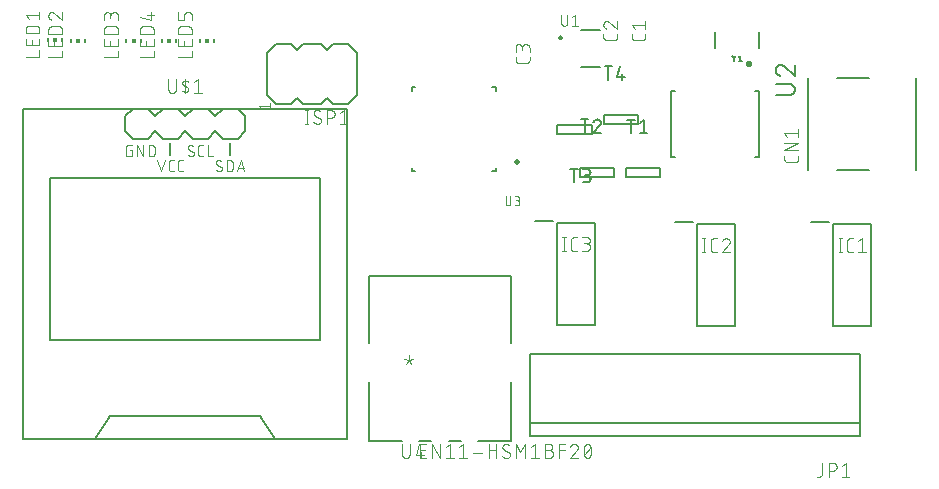
<source format=gbr>
G04 EAGLE Gerber RS-274X export*
G75*
%MOMM*%
%FSLAX34Y34*%
%LPD*%
%INSilkscreen Top*%
%IPPOS*%
%AMOC8*
5,1,8,0,0,1.08239X$1,22.5*%
G01*
%ADD10C,0.101600*%
%ADD11C,0.127000*%
%ADD12C,0.200000*%
%ADD13C,0.076200*%
%ADD14R,0.150000X0.300000*%
%ADD15R,0.300000X0.300000*%
%ADD16C,0.152400*%
%ADD17C,0.300000*%
%ADD18C,0.508000*%
%ADD19C,0.203200*%


D10*
X529392Y596601D02*
X529392Y594004D01*
X529390Y593905D01*
X529384Y593805D01*
X529375Y593706D01*
X529362Y593608D01*
X529345Y593510D01*
X529324Y593412D01*
X529299Y593316D01*
X529271Y593221D01*
X529239Y593127D01*
X529204Y593034D01*
X529165Y592942D01*
X529122Y592852D01*
X529077Y592764D01*
X529027Y592677D01*
X528975Y592593D01*
X528919Y592510D01*
X528861Y592430D01*
X528799Y592352D01*
X528734Y592277D01*
X528666Y592204D01*
X528596Y592134D01*
X528523Y592066D01*
X528448Y592001D01*
X528370Y591939D01*
X528290Y591881D01*
X528207Y591825D01*
X528123Y591773D01*
X528036Y591723D01*
X527948Y591678D01*
X527858Y591635D01*
X527766Y591596D01*
X527673Y591561D01*
X527579Y591529D01*
X527484Y591501D01*
X527388Y591476D01*
X527290Y591455D01*
X527192Y591438D01*
X527094Y591425D01*
X526995Y591416D01*
X526895Y591410D01*
X526796Y591408D01*
X520304Y591408D01*
X520205Y591410D01*
X520105Y591416D01*
X520006Y591425D01*
X519908Y591438D01*
X519810Y591456D01*
X519712Y591476D01*
X519616Y591501D01*
X519520Y591529D01*
X519426Y591561D01*
X519333Y591596D01*
X519242Y591635D01*
X519152Y591678D01*
X519063Y591723D01*
X518977Y591773D01*
X518892Y591825D01*
X518810Y591881D01*
X518730Y591940D01*
X518652Y592001D01*
X518576Y592066D01*
X518503Y592134D01*
X518433Y592204D01*
X518365Y592277D01*
X518300Y592353D01*
X518239Y592431D01*
X518180Y592511D01*
X518124Y592593D01*
X518072Y592678D01*
X518023Y592764D01*
X517977Y592853D01*
X517934Y592943D01*
X517895Y593034D01*
X517860Y593127D01*
X517828Y593221D01*
X517800Y593317D01*
X517775Y593413D01*
X517755Y593511D01*
X517737Y593609D01*
X517724Y593707D01*
X517715Y593806D01*
X517709Y593905D01*
X517707Y594005D01*
X517708Y594004D02*
X517708Y596601D01*
X520304Y600966D02*
X517708Y604212D01*
X529392Y604212D01*
X529392Y607457D02*
X529392Y600966D01*
X505492Y596701D02*
X505492Y594104D01*
X505490Y594005D01*
X505484Y593905D01*
X505475Y593806D01*
X505462Y593708D01*
X505445Y593610D01*
X505424Y593512D01*
X505399Y593416D01*
X505371Y593321D01*
X505339Y593227D01*
X505304Y593134D01*
X505265Y593042D01*
X505222Y592952D01*
X505177Y592864D01*
X505127Y592777D01*
X505075Y592693D01*
X505019Y592610D01*
X504961Y592530D01*
X504899Y592452D01*
X504834Y592377D01*
X504766Y592304D01*
X504696Y592234D01*
X504623Y592166D01*
X504548Y592101D01*
X504470Y592039D01*
X504390Y591981D01*
X504307Y591925D01*
X504223Y591873D01*
X504136Y591823D01*
X504048Y591778D01*
X503958Y591735D01*
X503866Y591696D01*
X503773Y591661D01*
X503679Y591629D01*
X503584Y591601D01*
X503488Y591576D01*
X503390Y591555D01*
X503292Y591538D01*
X503194Y591525D01*
X503095Y591516D01*
X502995Y591510D01*
X502896Y591508D01*
X496404Y591508D01*
X496305Y591510D01*
X496205Y591516D01*
X496106Y591525D01*
X496008Y591538D01*
X495910Y591556D01*
X495812Y591576D01*
X495716Y591601D01*
X495620Y591629D01*
X495526Y591661D01*
X495433Y591696D01*
X495342Y591735D01*
X495252Y591778D01*
X495163Y591823D01*
X495077Y591873D01*
X494992Y591925D01*
X494910Y591981D01*
X494830Y592040D01*
X494752Y592101D01*
X494676Y592166D01*
X494603Y592234D01*
X494533Y592304D01*
X494465Y592377D01*
X494400Y592453D01*
X494339Y592531D01*
X494280Y592611D01*
X494224Y592693D01*
X494172Y592778D01*
X494123Y592864D01*
X494077Y592953D01*
X494034Y593043D01*
X493995Y593134D01*
X493960Y593227D01*
X493928Y593321D01*
X493900Y593417D01*
X493875Y593513D01*
X493855Y593611D01*
X493837Y593709D01*
X493824Y593807D01*
X493815Y593906D01*
X493809Y594005D01*
X493807Y594105D01*
X493808Y594104D02*
X493808Y596701D01*
X493808Y604636D02*
X493810Y604743D01*
X493816Y604849D01*
X493826Y604955D01*
X493839Y605061D01*
X493857Y605167D01*
X493878Y605271D01*
X493903Y605375D01*
X493932Y605478D01*
X493964Y605579D01*
X494001Y605679D01*
X494041Y605778D01*
X494084Y605876D01*
X494131Y605972D01*
X494182Y606066D01*
X494236Y606158D01*
X494293Y606248D01*
X494353Y606336D01*
X494417Y606421D01*
X494484Y606504D01*
X494554Y606585D01*
X494626Y606663D01*
X494702Y606739D01*
X494780Y606811D01*
X494861Y606881D01*
X494944Y606948D01*
X495029Y607012D01*
X495117Y607072D01*
X495207Y607129D01*
X495299Y607183D01*
X495393Y607234D01*
X495489Y607281D01*
X495587Y607324D01*
X495686Y607364D01*
X495786Y607401D01*
X495887Y607433D01*
X495990Y607462D01*
X496094Y607487D01*
X496198Y607508D01*
X496304Y607526D01*
X496410Y607539D01*
X496516Y607549D01*
X496622Y607555D01*
X496729Y607557D01*
X493808Y604636D02*
X493810Y604515D01*
X493816Y604394D01*
X493826Y604274D01*
X493839Y604153D01*
X493857Y604034D01*
X493878Y603914D01*
X493903Y603796D01*
X493932Y603679D01*
X493965Y603562D01*
X494001Y603447D01*
X494042Y603333D01*
X494085Y603220D01*
X494133Y603108D01*
X494184Y602999D01*
X494239Y602891D01*
X494297Y602784D01*
X494358Y602680D01*
X494423Y602578D01*
X494491Y602478D01*
X494562Y602380D01*
X494636Y602284D01*
X494713Y602191D01*
X494794Y602101D01*
X494877Y602013D01*
X494963Y601928D01*
X495052Y601845D01*
X495143Y601766D01*
X495237Y601689D01*
X495333Y601616D01*
X495431Y601546D01*
X495532Y601479D01*
X495635Y601415D01*
X495740Y601355D01*
X495847Y601297D01*
X495955Y601244D01*
X496065Y601194D01*
X496177Y601148D01*
X496290Y601105D01*
X496405Y601066D01*
X499001Y606583D02*
X498923Y606662D01*
X498843Y606738D01*
X498760Y606811D01*
X498674Y606881D01*
X498587Y606948D01*
X498496Y607012D01*
X498404Y607072D01*
X498310Y607130D01*
X498213Y607184D01*
X498115Y607234D01*
X498015Y607281D01*
X497914Y607325D01*
X497811Y607365D01*
X497706Y607401D01*
X497601Y607433D01*
X497494Y607462D01*
X497387Y607487D01*
X497278Y607509D01*
X497169Y607526D01*
X497060Y607540D01*
X496950Y607549D01*
X496839Y607555D01*
X496729Y607557D01*
X499001Y606584D02*
X505492Y601066D01*
X505492Y607557D01*
X431292Y577201D02*
X431292Y574604D01*
X431290Y574505D01*
X431284Y574405D01*
X431275Y574306D01*
X431262Y574208D01*
X431245Y574110D01*
X431224Y574012D01*
X431199Y573916D01*
X431171Y573821D01*
X431139Y573727D01*
X431104Y573634D01*
X431065Y573542D01*
X431022Y573452D01*
X430977Y573364D01*
X430927Y573277D01*
X430875Y573193D01*
X430819Y573110D01*
X430761Y573030D01*
X430699Y572952D01*
X430634Y572877D01*
X430566Y572804D01*
X430496Y572734D01*
X430423Y572666D01*
X430348Y572601D01*
X430270Y572539D01*
X430190Y572481D01*
X430107Y572425D01*
X430023Y572373D01*
X429936Y572323D01*
X429848Y572278D01*
X429758Y572235D01*
X429666Y572196D01*
X429573Y572161D01*
X429479Y572129D01*
X429384Y572101D01*
X429288Y572076D01*
X429190Y572055D01*
X429092Y572038D01*
X428994Y572025D01*
X428895Y572016D01*
X428795Y572010D01*
X428696Y572008D01*
X422204Y572008D01*
X422105Y572010D01*
X422005Y572016D01*
X421906Y572025D01*
X421808Y572038D01*
X421710Y572056D01*
X421612Y572076D01*
X421516Y572101D01*
X421420Y572129D01*
X421326Y572161D01*
X421233Y572196D01*
X421142Y572235D01*
X421052Y572278D01*
X420963Y572323D01*
X420877Y572373D01*
X420792Y572425D01*
X420710Y572481D01*
X420630Y572540D01*
X420552Y572601D01*
X420476Y572666D01*
X420403Y572734D01*
X420333Y572804D01*
X420265Y572877D01*
X420200Y572953D01*
X420139Y573031D01*
X420080Y573111D01*
X420024Y573193D01*
X419972Y573278D01*
X419923Y573364D01*
X419877Y573453D01*
X419834Y573543D01*
X419795Y573634D01*
X419760Y573727D01*
X419728Y573821D01*
X419700Y573917D01*
X419675Y574013D01*
X419655Y574111D01*
X419637Y574209D01*
X419624Y574307D01*
X419615Y574406D01*
X419609Y574505D01*
X419607Y574605D01*
X419608Y574604D02*
X419608Y577201D01*
X431292Y581566D02*
X431292Y584812D01*
X431290Y584925D01*
X431284Y585038D01*
X431274Y585151D01*
X431260Y585264D01*
X431243Y585376D01*
X431221Y585487D01*
X431196Y585597D01*
X431166Y585707D01*
X431133Y585815D01*
X431096Y585922D01*
X431056Y586028D01*
X431011Y586132D01*
X430963Y586235D01*
X430912Y586336D01*
X430857Y586435D01*
X430799Y586532D01*
X430737Y586627D01*
X430672Y586720D01*
X430604Y586810D01*
X430533Y586898D01*
X430458Y586984D01*
X430381Y587067D01*
X430301Y587147D01*
X430218Y587224D01*
X430132Y587299D01*
X430044Y587370D01*
X429954Y587438D01*
X429861Y587503D01*
X429766Y587565D01*
X429669Y587623D01*
X429570Y587678D01*
X429469Y587729D01*
X429366Y587777D01*
X429262Y587822D01*
X429156Y587862D01*
X429049Y587899D01*
X428941Y587932D01*
X428831Y587962D01*
X428721Y587987D01*
X428610Y588009D01*
X428498Y588026D01*
X428385Y588040D01*
X428272Y588050D01*
X428159Y588056D01*
X428046Y588058D01*
X427933Y588056D01*
X427820Y588050D01*
X427707Y588040D01*
X427594Y588026D01*
X427482Y588009D01*
X427371Y587987D01*
X427261Y587962D01*
X427151Y587932D01*
X427043Y587899D01*
X426936Y587862D01*
X426830Y587822D01*
X426726Y587777D01*
X426623Y587729D01*
X426522Y587678D01*
X426423Y587623D01*
X426326Y587565D01*
X426231Y587503D01*
X426138Y587438D01*
X426048Y587370D01*
X425960Y587299D01*
X425874Y587224D01*
X425791Y587147D01*
X425711Y587067D01*
X425634Y586984D01*
X425559Y586898D01*
X425488Y586810D01*
X425420Y586720D01*
X425355Y586627D01*
X425293Y586532D01*
X425235Y586435D01*
X425180Y586336D01*
X425129Y586235D01*
X425081Y586132D01*
X425036Y586028D01*
X424996Y585922D01*
X424959Y585815D01*
X424926Y585707D01*
X424896Y585597D01*
X424871Y585487D01*
X424849Y585376D01*
X424832Y585264D01*
X424818Y585151D01*
X424808Y585038D01*
X424802Y584925D01*
X424800Y584812D01*
X419608Y585461D02*
X419608Y581566D01*
X419608Y585461D02*
X419610Y585562D01*
X419616Y585662D01*
X419626Y585762D01*
X419639Y585862D01*
X419657Y585961D01*
X419678Y586060D01*
X419703Y586157D01*
X419732Y586254D01*
X419765Y586349D01*
X419801Y586443D01*
X419841Y586535D01*
X419884Y586626D01*
X419931Y586715D01*
X419981Y586802D01*
X420035Y586888D01*
X420092Y586971D01*
X420152Y587051D01*
X420215Y587130D01*
X420282Y587206D01*
X420351Y587279D01*
X420423Y587349D01*
X420497Y587417D01*
X420574Y587482D01*
X420654Y587543D01*
X420736Y587602D01*
X420820Y587657D01*
X420906Y587709D01*
X420994Y587758D01*
X421084Y587803D01*
X421176Y587845D01*
X421269Y587883D01*
X421364Y587917D01*
X421459Y587948D01*
X421556Y587975D01*
X421654Y587998D01*
X421753Y588018D01*
X421853Y588033D01*
X421953Y588045D01*
X422053Y588053D01*
X422154Y588057D01*
X422254Y588057D01*
X422355Y588053D01*
X422455Y588045D01*
X422555Y588033D01*
X422655Y588018D01*
X422754Y587998D01*
X422852Y587975D01*
X422949Y587948D01*
X423044Y587917D01*
X423139Y587883D01*
X423232Y587845D01*
X423324Y587803D01*
X423414Y587758D01*
X423502Y587709D01*
X423588Y587657D01*
X423672Y587602D01*
X423754Y587543D01*
X423834Y587482D01*
X423911Y587417D01*
X423985Y587349D01*
X424057Y587279D01*
X424126Y587206D01*
X424193Y587130D01*
X424256Y587051D01*
X424316Y586971D01*
X424373Y586888D01*
X424427Y586802D01*
X424477Y586715D01*
X424524Y586626D01*
X424567Y586535D01*
X424607Y586443D01*
X424643Y586349D01*
X424676Y586254D01*
X424705Y586157D01*
X424730Y586060D01*
X424751Y585961D01*
X424769Y585862D01*
X424782Y585762D01*
X424792Y585662D01*
X424798Y585562D01*
X424800Y585461D01*
X424801Y585461D02*
X424801Y582864D01*
D11*
X666800Y559700D02*
X666800Y481700D01*
X758800Y481700D02*
X758800Y559700D01*
X718800Y481700D02*
X691800Y481700D01*
X691800Y559700D02*
X718800Y559700D01*
X666800Y499700D02*
X666800Y488700D01*
X666800Y541700D02*
X666800Y552700D01*
D10*
X658792Y493301D02*
X658792Y490704D01*
X658790Y490605D01*
X658784Y490505D01*
X658775Y490406D01*
X658762Y490308D01*
X658745Y490210D01*
X658724Y490112D01*
X658699Y490016D01*
X658671Y489921D01*
X658639Y489827D01*
X658604Y489734D01*
X658565Y489642D01*
X658522Y489552D01*
X658477Y489464D01*
X658427Y489377D01*
X658375Y489293D01*
X658319Y489210D01*
X658261Y489130D01*
X658199Y489052D01*
X658134Y488977D01*
X658066Y488904D01*
X657996Y488834D01*
X657923Y488766D01*
X657848Y488701D01*
X657770Y488639D01*
X657690Y488581D01*
X657607Y488525D01*
X657523Y488473D01*
X657436Y488423D01*
X657348Y488378D01*
X657258Y488335D01*
X657166Y488296D01*
X657073Y488261D01*
X656979Y488229D01*
X656884Y488201D01*
X656788Y488176D01*
X656690Y488155D01*
X656592Y488138D01*
X656494Y488125D01*
X656395Y488116D01*
X656295Y488110D01*
X656196Y488108D01*
X649704Y488108D01*
X649605Y488110D01*
X649505Y488116D01*
X649406Y488125D01*
X649308Y488138D01*
X649210Y488156D01*
X649112Y488176D01*
X649016Y488201D01*
X648920Y488229D01*
X648826Y488261D01*
X648733Y488296D01*
X648642Y488335D01*
X648552Y488378D01*
X648463Y488423D01*
X648377Y488473D01*
X648292Y488525D01*
X648210Y488581D01*
X648130Y488640D01*
X648052Y488701D01*
X647976Y488766D01*
X647903Y488834D01*
X647833Y488904D01*
X647765Y488977D01*
X647700Y489053D01*
X647639Y489131D01*
X647580Y489211D01*
X647524Y489293D01*
X647472Y489378D01*
X647423Y489464D01*
X647377Y489553D01*
X647334Y489643D01*
X647295Y489734D01*
X647260Y489827D01*
X647228Y489921D01*
X647200Y490017D01*
X647175Y490113D01*
X647155Y490211D01*
X647137Y490309D01*
X647124Y490407D01*
X647115Y490506D01*
X647109Y490605D01*
X647107Y490705D01*
X647108Y490704D02*
X647108Y493301D01*
X647108Y498047D02*
X658792Y498047D01*
X658792Y504538D02*
X647108Y498047D01*
X647108Y504538D02*
X658792Y504538D01*
X649704Y509858D02*
X647108Y513104D01*
X658792Y513104D01*
X658792Y516349D02*
X658792Y509858D01*
D12*
X688500Y435650D02*
X720500Y435650D01*
X720500Y349150D01*
X688500Y349150D01*
X688500Y435650D01*
X685000Y437250D02*
X669750Y437250D01*
D10*
X694192Y423642D02*
X694192Y411958D01*
X692894Y411958D02*
X695490Y411958D01*
X695490Y423642D02*
X692894Y423642D01*
X702654Y411958D02*
X705250Y411958D01*
X702654Y411958D02*
X702555Y411960D01*
X702455Y411966D01*
X702356Y411975D01*
X702258Y411988D01*
X702160Y412005D01*
X702062Y412026D01*
X701966Y412051D01*
X701871Y412079D01*
X701777Y412111D01*
X701684Y412146D01*
X701592Y412185D01*
X701502Y412228D01*
X701414Y412273D01*
X701327Y412323D01*
X701243Y412375D01*
X701160Y412431D01*
X701080Y412489D01*
X701002Y412551D01*
X700927Y412616D01*
X700854Y412684D01*
X700784Y412754D01*
X700716Y412827D01*
X700651Y412902D01*
X700589Y412980D01*
X700531Y413060D01*
X700475Y413143D01*
X700423Y413227D01*
X700373Y413314D01*
X700328Y413402D01*
X700285Y413492D01*
X700246Y413584D01*
X700211Y413677D01*
X700179Y413771D01*
X700151Y413866D01*
X700126Y413962D01*
X700105Y414060D01*
X700088Y414158D01*
X700075Y414256D01*
X700066Y414355D01*
X700060Y414455D01*
X700058Y414554D01*
X700057Y414554D02*
X700057Y421046D01*
X700058Y421046D02*
X700060Y421145D01*
X700066Y421245D01*
X700075Y421344D01*
X700088Y421442D01*
X700105Y421540D01*
X700126Y421638D01*
X700151Y421734D01*
X700179Y421829D01*
X700211Y421923D01*
X700246Y422016D01*
X700285Y422108D01*
X700328Y422198D01*
X700373Y422286D01*
X700423Y422373D01*
X700475Y422457D01*
X700531Y422540D01*
X700589Y422620D01*
X700651Y422698D01*
X700716Y422773D01*
X700784Y422846D01*
X700854Y422916D01*
X700927Y422984D01*
X701002Y423049D01*
X701080Y423111D01*
X701160Y423169D01*
X701243Y423225D01*
X701327Y423277D01*
X701414Y423327D01*
X701502Y423372D01*
X701592Y423415D01*
X701684Y423454D01*
X701776Y423489D01*
X701871Y423521D01*
X701966Y423549D01*
X702062Y423574D01*
X702160Y423595D01*
X702258Y423612D01*
X702356Y423625D01*
X702455Y423634D01*
X702555Y423640D01*
X702654Y423642D01*
X705250Y423642D01*
X709615Y421046D02*
X712861Y423642D01*
X712861Y411958D01*
X716106Y411958D02*
X709615Y411958D01*
D12*
X605200Y435650D02*
X573200Y435650D01*
X605200Y435650D02*
X605200Y349150D01*
X573200Y349150D01*
X573200Y435650D01*
X569700Y437250D02*
X554450Y437250D01*
D10*
X578892Y423642D02*
X578892Y411958D01*
X577594Y411958D02*
X580190Y411958D01*
X580190Y423642D02*
X577594Y423642D01*
X587354Y411958D02*
X589950Y411958D01*
X587354Y411958D02*
X587255Y411960D01*
X587155Y411966D01*
X587056Y411975D01*
X586958Y411988D01*
X586860Y412005D01*
X586762Y412026D01*
X586666Y412051D01*
X586571Y412079D01*
X586477Y412111D01*
X586384Y412146D01*
X586292Y412185D01*
X586202Y412228D01*
X586114Y412273D01*
X586027Y412323D01*
X585943Y412375D01*
X585860Y412431D01*
X585780Y412489D01*
X585702Y412551D01*
X585627Y412616D01*
X585554Y412684D01*
X585484Y412754D01*
X585416Y412827D01*
X585351Y412902D01*
X585289Y412980D01*
X585231Y413060D01*
X585175Y413143D01*
X585123Y413227D01*
X585073Y413314D01*
X585028Y413402D01*
X584985Y413492D01*
X584946Y413584D01*
X584911Y413677D01*
X584879Y413771D01*
X584851Y413866D01*
X584826Y413962D01*
X584805Y414060D01*
X584788Y414158D01*
X584775Y414256D01*
X584766Y414355D01*
X584760Y414455D01*
X584758Y414554D01*
X584757Y414554D02*
X584757Y421046D01*
X584758Y421046D02*
X584760Y421145D01*
X584766Y421245D01*
X584775Y421344D01*
X584788Y421442D01*
X584805Y421540D01*
X584826Y421638D01*
X584851Y421734D01*
X584879Y421829D01*
X584911Y421923D01*
X584946Y422016D01*
X584985Y422108D01*
X585028Y422198D01*
X585073Y422286D01*
X585123Y422373D01*
X585175Y422457D01*
X585231Y422540D01*
X585289Y422620D01*
X585351Y422698D01*
X585416Y422773D01*
X585484Y422846D01*
X585554Y422916D01*
X585627Y422984D01*
X585702Y423049D01*
X585780Y423111D01*
X585860Y423169D01*
X585943Y423225D01*
X586027Y423277D01*
X586114Y423327D01*
X586202Y423372D01*
X586292Y423415D01*
X586384Y423454D01*
X586476Y423489D01*
X586571Y423521D01*
X586666Y423549D01*
X586762Y423574D01*
X586860Y423595D01*
X586958Y423612D01*
X587056Y423625D01*
X587155Y423634D01*
X587255Y423640D01*
X587354Y423642D01*
X589950Y423642D01*
X597885Y423642D02*
X597992Y423640D01*
X598098Y423634D01*
X598204Y423624D01*
X598310Y423611D01*
X598416Y423593D01*
X598520Y423572D01*
X598624Y423547D01*
X598727Y423518D01*
X598828Y423486D01*
X598928Y423449D01*
X599027Y423409D01*
X599125Y423366D01*
X599221Y423319D01*
X599315Y423268D01*
X599407Y423214D01*
X599497Y423157D01*
X599585Y423097D01*
X599670Y423033D01*
X599753Y422966D01*
X599834Y422896D01*
X599912Y422824D01*
X599988Y422748D01*
X600060Y422670D01*
X600130Y422589D01*
X600197Y422506D01*
X600261Y422421D01*
X600321Y422333D01*
X600378Y422243D01*
X600432Y422151D01*
X600483Y422057D01*
X600530Y421961D01*
X600573Y421863D01*
X600613Y421764D01*
X600650Y421664D01*
X600682Y421563D01*
X600711Y421460D01*
X600736Y421356D01*
X600757Y421252D01*
X600775Y421146D01*
X600788Y421040D01*
X600798Y420934D01*
X600804Y420828D01*
X600806Y420721D01*
X597885Y423642D02*
X597764Y423640D01*
X597643Y423634D01*
X597523Y423624D01*
X597402Y423611D01*
X597283Y423593D01*
X597163Y423572D01*
X597045Y423547D01*
X596928Y423518D01*
X596811Y423485D01*
X596696Y423449D01*
X596582Y423408D01*
X596469Y423365D01*
X596357Y423317D01*
X596248Y423266D01*
X596140Y423211D01*
X596033Y423153D01*
X595929Y423092D01*
X595827Y423027D01*
X595727Y422959D01*
X595629Y422888D01*
X595533Y422814D01*
X595440Y422737D01*
X595350Y422656D01*
X595262Y422573D01*
X595177Y422487D01*
X595094Y422398D01*
X595015Y422307D01*
X594938Y422213D01*
X594865Y422117D01*
X594795Y422019D01*
X594728Y421918D01*
X594664Y421815D01*
X594604Y421710D01*
X594547Y421603D01*
X594493Y421495D01*
X594443Y421385D01*
X594397Y421273D01*
X594354Y421160D01*
X594315Y421045D01*
X599833Y418449D02*
X599912Y418526D01*
X599988Y418607D01*
X600061Y418690D01*
X600131Y418775D01*
X600198Y418863D01*
X600262Y418953D01*
X600322Y419045D01*
X600379Y419140D01*
X600433Y419236D01*
X600484Y419334D01*
X600531Y419434D01*
X600575Y419536D01*
X600615Y419639D01*
X600651Y419743D01*
X600683Y419849D01*
X600712Y419955D01*
X600737Y420063D01*
X600759Y420171D01*
X600776Y420281D01*
X600790Y420390D01*
X600799Y420500D01*
X600805Y420611D01*
X600807Y420721D01*
X599833Y418449D02*
X594315Y411958D01*
X600806Y411958D01*
D12*
X486800Y436650D02*
X454800Y436650D01*
X486800Y436650D02*
X486800Y350150D01*
X454800Y350150D01*
X454800Y436650D01*
X451300Y438250D02*
X436050Y438250D01*
D10*
X460492Y424642D02*
X460492Y412958D01*
X459194Y412958D02*
X461790Y412958D01*
X461790Y424642D02*
X459194Y424642D01*
X468954Y412958D02*
X471550Y412958D01*
X468954Y412958D02*
X468855Y412960D01*
X468755Y412966D01*
X468656Y412975D01*
X468558Y412988D01*
X468460Y413005D01*
X468362Y413026D01*
X468266Y413051D01*
X468171Y413079D01*
X468077Y413111D01*
X467984Y413146D01*
X467892Y413185D01*
X467802Y413228D01*
X467714Y413273D01*
X467627Y413323D01*
X467543Y413375D01*
X467460Y413431D01*
X467380Y413489D01*
X467302Y413551D01*
X467227Y413616D01*
X467154Y413684D01*
X467084Y413754D01*
X467016Y413827D01*
X466951Y413902D01*
X466889Y413980D01*
X466831Y414060D01*
X466775Y414143D01*
X466723Y414227D01*
X466673Y414314D01*
X466628Y414402D01*
X466585Y414492D01*
X466546Y414584D01*
X466511Y414677D01*
X466479Y414771D01*
X466451Y414866D01*
X466426Y414962D01*
X466405Y415060D01*
X466388Y415158D01*
X466375Y415256D01*
X466366Y415355D01*
X466360Y415455D01*
X466358Y415554D01*
X466357Y415554D02*
X466357Y422046D01*
X466358Y422046D02*
X466360Y422145D01*
X466366Y422245D01*
X466375Y422344D01*
X466388Y422442D01*
X466405Y422540D01*
X466426Y422638D01*
X466451Y422734D01*
X466479Y422829D01*
X466511Y422923D01*
X466546Y423016D01*
X466585Y423108D01*
X466628Y423198D01*
X466673Y423286D01*
X466723Y423373D01*
X466775Y423457D01*
X466831Y423540D01*
X466889Y423620D01*
X466951Y423698D01*
X467016Y423773D01*
X467084Y423846D01*
X467154Y423916D01*
X467227Y423984D01*
X467302Y424049D01*
X467380Y424111D01*
X467460Y424169D01*
X467543Y424225D01*
X467627Y424277D01*
X467714Y424327D01*
X467802Y424372D01*
X467892Y424415D01*
X467984Y424454D01*
X468076Y424489D01*
X468171Y424521D01*
X468266Y424549D01*
X468362Y424574D01*
X468460Y424595D01*
X468558Y424612D01*
X468656Y424625D01*
X468755Y424634D01*
X468855Y424640D01*
X468954Y424642D01*
X471550Y424642D01*
X475915Y412958D02*
X479161Y412958D01*
X479274Y412960D01*
X479387Y412966D01*
X479500Y412976D01*
X479613Y412990D01*
X479725Y413007D01*
X479836Y413029D01*
X479946Y413054D01*
X480056Y413084D01*
X480164Y413117D01*
X480271Y413154D01*
X480377Y413194D01*
X480481Y413239D01*
X480584Y413287D01*
X480685Y413338D01*
X480784Y413393D01*
X480881Y413451D01*
X480976Y413513D01*
X481069Y413578D01*
X481159Y413646D01*
X481247Y413717D01*
X481333Y413792D01*
X481416Y413869D01*
X481496Y413949D01*
X481573Y414032D01*
X481648Y414118D01*
X481719Y414206D01*
X481787Y414296D01*
X481852Y414389D01*
X481914Y414484D01*
X481972Y414581D01*
X482027Y414680D01*
X482078Y414781D01*
X482126Y414884D01*
X482171Y414988D01*
X482211Y415094D01*
X482248Y415201D01*
X482281Y415309D01*
X482311Y415419D01*
X482336Y415529D01*
X482358Y415640D01*
X482375Y415752D01*
X482389Y415865D01*
X482399Y415978D01*
X482405Y416091D01*
X482407Y416204D01*
X482405Y416317D01*
X482399Y416430D01*
X482389Y416543D01*
X482375Y416656D01*
X482358Y416768D01*
X482336Y416879D01*
X482311Y416989D01*
X482281Y417099D01*
X482248Y417207D01*
X482211Y417314D01*
X482171Y417420D01*
X482126Y417524D01*
X482078Y417627D01*
X482027Y417728D01*
X481972Y417827D01*
X481914Y417924D01*
X481852Y418019D01*
X481787Y418112D01*
X481719Y418202D01*
X481648Y418290D01*
X481573Y418376D01*
X481496Y418459D01*
X481416Y418539D01*
X481333Y418616D01*
X481247Y418691D01*
X481159Y418762D01*
X481069Y418830D01*
X480976Y418895D01*
X480881Y418957D01*
X480784Y419015D01*
X480685Y419070D01*
X480584Y419121D01*
X480481Y419169D01*
X480377Y419214D01*
X480271Y419254D01*
X480164Y419291D01*
X480056Y419324D01*
X479946Y419354D01*
X479836Y419379D01*
X479725Y419401D01*
X479613Y419418D01*
X479500Y419432D01*
X479387Y419442D01*
X479274Y419448D01*
X479161Y419450D01*
X479810Y424642D02*
X475915Y424642D01*
X479810Y424642D02*
X479911Y424640D01*
X480011Y424634D01*
X480111Y424624D01*
X480211Y424611D01*
X480310Y424593D01*
X480409Y424572D01*
X480506Y424547D01*
X480603Y424518D01*
X480698Y424485D01*
X480792Y424449D01*
X480884Y424409D01*
X480975Y424366D01*
X481064Y424319D01*
X481151Y424269D01*
X481237Y424215D01*
X481320Y424158D01*
X481400Y424098D01*
X481479Y424035D01*
X481555Y423968D01*
X481628Y423899D01*
X481698Y423827D01*
X481766Y423753D01*
X481831Y423676D01*
X481892Y423596D01*
X481951Y423514D01*
X482006Y423430D01*
X482058Y423344D01*
X482107Y423256D01*
X482152Y423166D01*
X482194Y423074D01*
X482232Y422981D01*
X482266Y422886D01*
X482297Y422791D01*
X482324Y422694D01*
X482347Y422596D01*
X482367Y422497D01*
X482382Y422397D01*
X482394Y422297D01*
X482402Y422197D01*
X482406Y422096D01*
X482406Y421996D01*
X482402Y421895D01*
X482394Y421795D01*
X482382Y421695D01*
X482367Y421595D01*
X482347Y421496D01*
X482324Y421398D01*
X482297Y421301D01*
X482266Y421206D01*
X482232Y421111D01*
X482194Y421018D01*
X482152Y420926D01*
X482107Y420836D01*
X482058Y420748D01*
X482006Y420662D01*
X481951Y420578D01*
X481892Y420496D01*
X481831Y420416D01*
X481766Y420339D01*
X481698Y420265D01*
X481628Y420193D01*
X481555Y420124D01*
X481479Y420057D01*
X481400Y419994D01*
X481320Y419934D01*
X481237Y419877D01*
X481151Y419823D01*
X481064Y419773D01*
X480975Y419726D01*
X480884Y419683D01*
X480792Y419643D01*
X480698Y419607D01*
X480603Y419574D01*
X480506Y419545D01*
X480409Y419520D01*
X480310Y419499D01*
X480211Y419481D01*
X480111Y419468D01*
X480011Y419458D01*
X479911Y419452D01*
X479810Y419450D01*
X479810Y419449D02*
X477214Y419449D01*
D11*
X216720Y537800D02*
X209100Y545420D01*
X209100Y580980D01*
X216720Y588600D01*
X229420Y588600D01*
X234500Y583520D01*
X239580Y588600D01*
X254820Y588600D01*
X259900Y583520D01*
X264980Y588600D01*
X277680Y588600D01*
X285300Y580980D01*
X285300Y545420D01*
X277680Y537800D01*
X264980Y537800D01*
X259900Y542880D01*
X254820Y537800D01*
X239580Y537800D01*
X234500Y542880D01*
X229420Y537800D01*
X216720Y537800D01*
D13*
X203949Y533101D02*
X201861Y535712D01*
X211259Y535712D01*
X211259Y538322D02*
X211259Y533101D01*
D10*
X242685Y532212D02*
X242685Y520528D01*
X243983Y520528D02*
X241386Y520528D01*
X241386Y532212D02*
X243983Y532212D01*
X254693Y523124D02*
X254691Y523025D01*
X254685Y522925D01*
X254676Y522826D01*
X254663Y522728D01*
X254646Y522630D01*
X254625Y522532D01*
X254600Y522436D01*
X254572Y522341D01*
X254540Y522247D01*
X254505Y522154D01*
X254466Y522062D01*
X254423Y521972D01*
X254378Y521884D01*
X254328Y521797D01*
X254276Y521713D01*
X254220Y521630D01*
X254162Y521550D01*
X254100Y521472D01*
X254035Y521397D01*
X253967Y521324D01*
X253897Y521254D01*
X253824Y521186D01*
X253749Y521121D01*
X253671Y521059D01*
X253591Y521001D01*
X253508Y520945D01*
X253424Y520893D01*
X253337Y520843D01*
X253249Y520798D01*
X253159Y520755D01*
X253067Y520716D01*
X252974Y520681D01*
X252880Y520649D01*
X252785Y520621D01*
X252689Y520596D01*
X252591Y520575D01*
X252493Y520558D01*
X252395Y520545D01*
X252296Y520536D01*
X252196Y520530D01*
X252097Y520528D01*
X251953Y520530D01*
X251808Y520536D01*
X251664Y520545D01*
X251521Y520558D01*
X251377Y520575D01*
X251234Y520596D01*
X251092Y520621D01*
X250951Y520649D01*
X250810Y520681D01*
X250670Y520717D01*
X250531Y520756D01*
X250393Y520799D01*
X250257Y520846D01*
X250121Y520896D01*
X249987Y520950D01*
X249855Y521007D01*
X249724Y521068D01*
X249595Y521132D01*
X249467Y521200D01*
X249341Y521270D01*
X249217Y521345D01*
X249096Y521422D01*
X248976Y521503D01*
X248858Y521586D01*
X248743Y521673D01*
X248630Y521763D01*
X248519Y521856D01*
X248411Y521951D01*
X248305Y522050D01*
X248202Y522151D01*
X248527Y529616D02*
X248529Y529715D01*
X248535Y529815D01*
X248544Y529914D01*
X248557Y530012D01*
X248574Y530110D01*
X248595Y530208D01*
X248620Y530304D01*
X248648Y530399D01*
X248680Y530493D01*
X248715Y530586D01*
X248754Y530678D01*
X248797Y530768D01*
X248842Y530856D01*
X248892Y530943D01*
X248944Y531027D01*
X249000Y531110D01*
X249058Y531190D01*
X249120Y531268D01*
X249185Y531343D01*
X249253Y531416D01*
X249323Y531486D01*
X249396Y531554D01*
X249471Y531619D01*
X249549Y531681D01*
X249629Y531739D01*
X249712Y531795D01*
X249796Y531847D01*
X249883Y531897D01*
X249971Y531942D01*
X250061Y531985D01*
X250153Y532024D01*
X250246Y532059D01*
X250340Y532091D01*
X250435Y532119D01*
X250532Y532144D01*
X250629Y532165D01*
X250727Y532182D01*
X250825Y532195D01*
X250924Y532204D01*
X251024Y532210D01*
X251123Y532212D01*
X251259Y532210D01*
X251395Y532204D01*
X251531Y532195D01*
X251667Y532182D01*
X251802Y532164D01*
X251936Y532144D01*
X252070Y532119D01*
X252204Y532091D01*
X252336Y532058D01*
X252467Y532023D01*
X252598Y531983D01*
X252727Y531940D01*
X252855Y531894D01*
X252981Y531843D01*
X253107Y531790D01*
X253230Y531732D01*
X253352Y531672D01*
X253472Y531608D01*
X253591Y531540D01*
X253707Y531470D01*
X253821Y531396D01*
X253934Y531319D01*
X254044Y531238D01*
X249824Y527344D02*
X249738Y527397D01*
X249654Y527454D01*
X249572Y527513D01*
X249492Y527576D01*
X249415Y527642D01*
X249340Y527710D01*
X249268Y527782D01*
X249199Y527856D01*
X249133Y527933D01*
X249070Y528012D01*
X249010Y528094D01*
X248953Y528178D01*
X248899Y528264D01*
X248849Y528352D01*
X248802Y528442D01*
X248758Y528533D01*
X248719Y528627D01*
X248682Y528721D01*
X248650Y528817D01*
X248621Y528915D01*
X248596Y529013D01*
X248575Y529112D01*
X248557Y529212D01*
X248544Y529312D01*
X248534Y529413D01*
X248528Y529515D01*
X248526Y529616D01*
X253395Y525396D02*
X253481Y525343D01*
X253565Y525286D01*
X253647Y525227D01*
X253727Y525164D01*
X253804Y525098D01*
X253879Y525030D01*
X253951Y524958D01*
X254020Y524884D01*
X254086Y524807D01*
X254149Y524728D01*
X254209Y524646D01*
X254266Y524562D01*
X254320Y524476D01*
X254370Y524388D01*
X254417Y524298D01*
X254461Y524207D01*
X254500Y524113D01*
X254537Y524019D01*
X254569Y523923D01*
X254598Y523825D01*
X254623Y523727D01*
X254644Y523628D01*
X254662Y523528D01*
X254675Y523428D01*
X254685Y523327D01*
X254691Y523225D01*
X254693Y523124D01*
X253395Y525396D02*
X249825Y527344D01*
X259801Y532212D02*
X259801Y520528D01*
X259801Y532212D02*
X263047Y532212D01*
X263160Y532210D01*
X263273Y532204D01*
X263386Y532194D01*
X263499Y532180D01*
X263611Y532163D01*
X263722Y532141D01*
X263832Y532116D01*
X263942Y532086D01*
X264050Y532053D01*
X264157Y532016D01*
X264263Y531976D01*
X264367Y531931D01*
X264470Y531883D01*
X264571Y531832D01*
X264670Y531777D01*
X264767Y531719D01*
X264862Y531657D01*
X264955Y531592D01*
X265045Y531524D01*
X265133Y531453D01*
X265219Y531378D01*
X265302Y531301D01*
X265382Y531221D01*
X265459Y531138D01*
X265534Y531052D01*
X265605Y530964D01*
X265673Y530874D01*
X265738Y530781D01*
X265800Y530686D01*
X265858Y530589D01*
X265913Y530490D01*
X265964Y530389D01*
X266012Y530286D01*
X266057Y530182D01*
X266097Y530076D01*
X266134Y529969D01*
X266167Y529861D01*
X266197Y529751D01*
X266222Y529641D01*
X266244Y529530D01*
X266261Y529418D01*
X266275Y529305D01*
X266285Y529192D01*
X266291Y529079D01*
X266293Y528966D01*
X266291Y528853D01*
X266285Y528740D01*
X266275Y528627D01*
X266261Y528514D01*
X266244Y528402D01*
X266222Y528291D01*
X266197Y528181D01*
X266167Y528071D01*
X266134Y527963D01*
X266097Y527856D01*
X266057Y527750D01*
X266012Y527646D01*
X265964Y527543D01*
X265913Y527442D01*
X265858Y527343D01*
X265800Y527246D01*
X265738Y527151D01*
X265673Y527058D01*
X265605Y526968D01*
X265534Y526880D01*
X265459Y526794D01*
X265382Y526711D01*
X265302Y526631D01*
X265219Y526554D01*
X265133Y526479D01*
X265045Y526408D01*
X264955Y526340D01*
X264862Y526275D01*
X264767Y526213D01*
X264670Y526155D01*
X264571Y526100D01*
X264470Y526049D01*
X264367Y526001D01*
X264263Y525956D01*
X264157Y525916D01*
X264050Y525879D01*
X263942Y525846D01*
X263832Y525816D01*
X263722Y525791D01*
X263611Y525769D01*
X263499Y525752D01*
X263386Y525738D01*
X263273Y525728D01*
X263160Y525722D01*
X263047Y525720D01*
X263047Y525721D02*
X259801Y525721D01*
X270681Y529616D02*
X273926Y532212D01*
X273926Y520528D01*
X270681Y520528D02*
X277172Y520528D01*
D11*
X431500Y326100D02*
X431500Y267100D01*
X431500Y256100D01*
X711500Y256100D01*
X711500Y267100D01*
X711500Y326100D01*
X431500Y326100D01*
X431500Y267100D02*
X711500Y267100D01*
D10*
X678998Y233492D02*
X678998Y224404D01*
X678997Y224404D02*
X678995Y224305D01*
X678989Y224205D01*
X678980Y224106D01*
X678967Y224008D01*
X678950Y223910D01*
X678929Y223812D01*
X678904Y223716D01*
X678876Y223621D01*
X678844Y223527D01*
X678809Y223434D01*
X678770Y223342D01*
X678727Y223252D01*
X678682Y223164D01*
X678632Y223077D01*
X678580Y222993D01*
X678524Y222910D01*
X678466Y222830D01*
X678404Y222752D01*
X678339Y222677D01*
X678271Y222604D01*
X678201Y222534D01*
X678128Y222466D01*
X678053Y222401D01*
X677975Y222339D01*
X677895Y222281D01*
X677812Y222225D01*
X677728Y222173D01*
X677641Y222123D01*
X677553Y222078D01*
X677463Y222035D01*
X677371Y221996D01*
X677278Y221961D01*
X677184Y221929D01*
X677089Y221901D01*
X676993Y221876D01*
X676895Y221855D01*
X676797Y221838D01*
X676699Y221825D01*
X676600Y221816D01*
X676500Y221810D01*
X676401Y221808D01*
X675103Y221808D01*
X684821Y221808D02*
X684821Y233492D01*
X688067Y233492D01*
X688180Y233490D01*
X688293Y233484D01*
X688406Y233474D01*
X688519Y233460D01*
X688631Y233443D01*
X688742Y233421D01*
X688852Y233396D01*
X688962Y233366D01*
X689070Y233333D01*
X689177Y233296D01*
X689283Y233256D01*
X689387Y233211D01*
X689490Y233163D01*
X689591Y233112D01*
X689690Y233057D01*
X689787Y232999D01*
X689882Y232937D01*
X689975Y232872D01*
X690065Y232804D01*
X690153Y232733D01*
X690239Y232658D01*
X690322Y232581D01*
X690402Y232501D01*
X690479Y232418D01*
X690554Y232332D01*
X690625Y232244D01*
X690693Y232154D01*
X690758Y232061D01*
X690820Y231966D01*
X690878Y231869D01*
X690933Y231770D01*
X690984Y231669D01*
X691032Y231566D01*
X691077Y231462D01*
X691117Y231356D01*
X691154Y231249D01*
X691187Y231141D01*
X691217Y231031D01*
X691242Y230921D01*
X691264Y230810D01*
X691281Y230698D01*
X691295Y230585D01*
X691305Y230472D01*
X691311Y230359D01*
X691313Y230246D01*
X691311Y230133D01*
X691305Y230020D01*
X691295Y229907D01*
X691281Y229794D01*
X691264Y229682D01*
X691242Y229571D01*
X691217Y229461D01*
X691187Y229351D01*
X691154Y229243D01*
X691117Y229136D01*
X691077Y229030D01*
X691032Y228926D01*
X690984Y228823D01*
X690933Y228722D01*
X690878Y228623D01*
X690820Y228526D01*
X690758Y228431D01*
X690693Y228338D01*
X690625Y228248D01*
X690554Y228160D01*
X690479Y228074D01*
X690402Y227991D01*
X690322Y227911D01*
X690239Y227834D01*
X690153Y227759D01*
X690065Y227688D01*
X689975Y227620D01*
X689882Y227555D01*
X689787Y227493D01*
X689690Y227435D01*
X689591Y227380D01*
X689490Y227329D01*
X689387Y227281D01*
X689283Y227236D01*
X689177Y227196D01*
X689070Y227159D01*
X688962Y227126D01*
X688852Y227096D01*
X688742Y227071D01*
X688631Y227049D01*
X688519Y227032D01*
X688406Y227018D01*
X688293Y227008D01*
X688180Y227002D01*
X688067Y227000D01*
X688067Y227001D02*
X684821Y227001D01*
X695701Y230896D02*
X698946Y233492D01*
X698946Y221808D01*
X695701Y221808D02*
X702192Y221808D01*
D14*
X23600Y591200D03*
X35600Y591200D03*
D15*
X29600Y591200D03*
D10*
X16392Y577508D02*
X4708Y577508D01*
X16392Y577508D02*
X16392Y582701D01*
X16392Y587414D02*
X16392Y592607D01*
X16392Y587414D02*
X4708Y587414D01*
X4708Y592607D01*
X9901Y591309D02*
X9901Y587414D01*
X4708Y597297D02*
X16392Y597297D01*
X4708Y597297D02*
X4708Y600543D01*
X4710Y600656D01*
X4716Y600769D01*
X4726Y600882D01*
X4740Y600995D01*
X4757Y601107D01*
X4779Y601218D01*
X4804Y601328D01*
X4834Y601438D01*
X4867Y601546D01*
X4904Y601653D01*
X4944Y601759D01*
X4989Y601863D01*
X5037Y601966D01*
X5088Y602067D01*
X5143Y602166D01*
X5201Y602263D01*
X5263Y602358D01*
X5328Y602451D01*
X5396Y602541D01*
X5467Y602629D01*
X5542Y602715D01*
X5619Y602798D01*
X5699Y602878D01*
X5782Y602955D01*
X5868Y603030D01*
X5956Y603101D01*
X6046Y603169D01*
X6139Y603234D01*
X6234Y603296D01*
X6331Y603354D01*
X6430Y603409D01*
X6531Y603460D01*
X6634Y603508D01*
X6738Y603553D01*
X6844Y603593D01*
X6951Y603630D01*
X7059Y603663D01*
X7169Y603693D01*
X7279Y603718D01*
X7390Y603740D01*
X7502Y603757D01*
X7615Y603771D01*
X7728Y603781D01*
X7841Y603787D01*
X7954Y603789D01*
X13146Y603789D01*
X13259Y603787D01*
X13372Y603781D01*
X13485Y603771D01*
X13598Y603757D01*
X13710Y603740D01*
X13821Y603718D01*
X13931Y603693D01*
X14041Y603663D01*
X14149Y603630D01*
X14256Y603593D01*
X14362Y603553D01*
X14466Y603508D01*
X14569Y603460D01*
X14670Y603409D01*
X14769Y603354D01*
X14866Y603296D01*
X14961Y603234D01*
X15054Y603169D01*
X15144Y603101D01*
X15232Y603030D01*
X15318Y602955D01*
X15401Y602878D01*
X15481Y602798D01*
X15558Y602715D01*
X15633Y602629D01*
X15704Y602541D01*
X15772Y602451D01*
X15837Y602358D01*
X15899Y602263D01*
X15957Y602166D01*
X16012Y602067D01*
X16063Y601966D01*
X16111Y601863D01*
X16156Y601759D01*
X16196Y601653D01*
X16233Y601546D01*
X16266Y601438D01*
X16296Y601328D01*
X16321Y601218D01*
X16343Y601107D01*
X16360Y600995D01*
X16374Y600882D01*
X16384Y600769D01*
X16390Y600656D01*
X16392Y600543D01*
X16392Y597297D01*
X7304Y609108D02*
X4708Y612354D01*
X16392Y612354D01*
X16392Y615599D02*
X16392Y609108D01*
D14*
X42800Y590700D03*
X54800Y590700D03*
D15*
X48800Y590700D03*
D10*
X35592Y577008D02*
X23908Y577008D01*
X35592Y577008D02*
X35592Y582201D01*
X35592Y586914D02*
X35592Y592107D01*
X35592Y586914D02*
X23908Y586914D01*
X23908Y592107D01*
X29101Y590809D02*
X29101Y586914D01*
X23908Y596797D02*
X35592Y596797D01*
X23908Y596797D02*
X23908Y600043D01*
X23910Y600156D01*
X23916Y600269D01*
X23926Y600382D01*
X23940Y600495D01*
X23957Y600607D01*
X23979Y600718D01*
X24004Y600828D01*
X24034Y600938D01*
X24067Y601046D01*
X24104Y601153D01*
X24144Y601259D01*
X24189Y601363D01*
X24237Y601466D01*
X24288Y601567D01*
X24343Y601666D01*
X24401Y601763D01*
X24463Y601858D01*
X24528Y601951D01*
X24596Y602041D01*
X24667Y602129D01*
X24742Y602215D01*
X24819Y602298D01*
X24899Y602378D01*
X24982Y602455D01*
X25068Y602530D01*
X25156Y602601D01*
X25246Y602669D01*
X25339Y602734D01*
X25434Y602796D01*
X25531Y602854D01*
X25630Y602909D01*
X25731Y602960D01*
X25834Y603008D01*
X25938Y603053D01*
X26044Y603093D01*
X26151Y603130D01*
X26259Y603163D01*
X26369Y603193D01*
X26479Y603218D01*
X26590Y603240D01*
X26702Y603257D01*
X26815Y603271D01*
X26928Y603281D01*
X27041Y603287D01*
X27154Y603289D01*
X32346Y603289D01*
X32459Y603287D01*
X32572Y603281D01*
X32685Y603271D01*
X32798Y603257D01*
X32910Y603240D01*
X33021Y603218D01*
X33131Y603193D01*
X33241Y603163D01*
X33349Y603130D01*
X33456Y603093D01*
X33562Y603053D01*
X33666Y603008D01*
X33769Y602960D01*
X33870Y602909D01*
X33969Y602854D01*
X34066Y602796D01*
X34161Y602734D01*
X34254Y602669D01*
X34344Y602601D01*
X34432Y602530D01*
X34518Y602455D01*
X34601Y602378D01*
X34681Y602298D01*
X34758Y602215D01*
X34833Y602129D01*
X34904Y602041D01*
X34972Y601951D01*
X35037Y601858D01*
X35099Y601763D01*
X35157Y601666D01*
X35212Y601567D01*
X35263Y601466D01*
X35311Y601363D01*
X35356Y601259D01*
X35396Y601153D01*
X35433Y601046D01*
X35466Y600938D01*
X35496Y600828D01*
X35521Y600718D01*
X35543Y600607D01*
X35560Y600495D01*
X35574Y600382D01*
X35584Y600269D01*
X35590Y600156D01*
X35592Y600043D01*
X35592Y596797D01*
X23908Y612178D02*
X23910Y612285D01*
X23916Y612391D01*
X23926Y612497D01*
X23939Y612603D01*
X23957Y612709D01*
X23978Y612813D01*
X24003Y612917D01*
X24032Y613020D01*
X24064Y613121D01*
X24101Y613221D01*
X24141Y613320D01*
X24184Y613418D01*
X24231Y613514D01*
X24282Y613608D01*
X24336Y613700D01*
X24393Y613790D01*
X24453Y613878D01*
X24517Y613963D01*
X24584Y614046D01*
X24654Y614127D01*
X24726Y614205D01*
X24802Y614281D01*
X24880Y614353D01*
X24961Y614423D01*
X25044Y614490D01*
X25129Y614554D01*
X25217Y614614D01*
X25307Y614671D01*
X25399Y614725D01*
X25493Y614776D01*
X25589Y614823D01*
X25687Y614866D01*
X25786Y614906D01*
X25886Y614943D01*
X25987Y614975D01*
X26090Y615004D01*
X26194Y615029D01*
X26298Y615050D01*
X26404Y615068D01*
X26510Y615081D01*
X26616Y615091D01*
X26722Y615097D01*
X26829Y615099D01*
X23908Y612178D02*
X23910Y612057D01*
X23916Y611936D01*
X23926Y611816D01*
X23939Y611695D01*
X23957Y611576D01*
X23978Y611456D01*
X24003Y611338D01*
X24032Y611221D01*
X24065Y611104D01*
X24101Y610989D01*
X24142Y610875D01*
X24185Y610762D01*
X24233Y610650D01*
X24284Y610541D01*
X24339Y610433D01*
X24397Y610326D01*
X24458Y610222D01*
X24523Y610120D01*
X24591Y610020D01*
X24662Y609922D01*
X24736Y609826D01*
X24813Y609733D01*
X24894Y609643D01*
X24977Y609555D01*
X25063Y609470D01*
X25152Y609387D01*
X25243Y609308D01*
X25337Y609231D01*
X25433Y609158D01*
X25531Y609088D01*
X25632Y609021D01*
X25735Y608957D01*
X25840Y608897D01*
X25947Y608839D01*
X26055Y608786D01*
X26165Y608736D01*
X26277Y608690D01*
X26390Y608647D01*
X26505Y608608D01*
X29101Y614125D02*
X29023Y614204D01*
X28943Y614280D01*
X28860Y614353D01*
X28774Y614423D01*
X28687Y614490D01*
X28596Y614554D01*
X28504Y614614D01*
X28410Y614672D01*
X28313Y614726D01*
X28215Y614776D01*
X28115Y614823D01*
X28014Y614867D01*
X27911Y614907D01*
X27806Y614943D01*
X27701Y614975D01*
X27594Y615004D01*
X27487Y615029D01*
X27378Y615051D01*
X27269Y615068D01*
X27160Y615082D01*
X27050Y615091D01*
X26939Y615097D01*
X26829Y615099D01*
X29101Y614126D02*
X35592Y608608D01*
X35592Y615099D01*
D14*
X90000Y590700D03*
X102000Y590700D03*
D15*
X96000Y590700D03*
D10*
X82792Y577008D02*
X71108Y577008D01*
X82792Y577008D02*
X82792Y582201D01*
X82792Y586914D02*
X82792Y592107D01*
X82792Y586914D02*
X71108Y586914D01*
X71108Y592107D01*
X76301Y590809D02*
X76301Y586914D01*
X71108Y596797D02*
X82792Y596797D01*
X71108Y596797D02*
X71108Y600043D01*
X71110Y600156D01*
X71116Y600269D01*
X71126Y600382D01*
X71140Y600495D01*
X71157Y600607D01*
X71179Y600718D01*
X71204Y600828D01*
X71234Y600938D01*
X71267Y601046D01*
X71304Y601153D01*
X71344Y601259D01*
X71389Y601363D01*
X71437Y601466D01*
X71488Y601567D01*
X71543Y601666D01*
X71601Y601763D01*
X71663Y601858D01*
X71728Y601951D01*
X71796Y602041D01*
X71867Y602129D01*
X71942Y602215D01*
X72019Y602298D01*
X72099Y602378D01*
X72182Y602455D01*
X72268Y602530D01*
X72356Y602601D01*
X72446Y602669D01*
X72539Y602734D01*
X72634Y602796D01*
X72731Y602854D01*
X72830Y602909D01*
X72931Y602960D01*
X73034Y603008D01*
X73138Y603053D01*
X73244Y603093D01*
X73351Y603130D01*
X73459Y603163D01*
X73569Y603193D01*
X73679Y603218D01*
X73790Y603240D01*
X73902Y603257D01*
X74015Y603271D01*
X74128Y603281D01*
X74241Y603287D01*
X74354Y603289D01*
X79546Y603289D01*
X79659Y603287D01*
X79772Y603281D01*
X79885Y603271D01*
X79998Y603257D01*
X80110Y603240D01*
X80221Y603218D01*
X80331Y603193D01*
X80441Y603163D01*
X80549Y603130D01*
X80656Y603093D01*
X80762Y603053D01*
X80866Y603008D01*
X80969Y602960D01*
X81070Y602909D01*
X81169Y602854D01*
X81266Y602796D01*
X81361Y602734D01*
X81454Y602669D01*
X81544Y602601D01*
X81632Y602530D01*
X81718Y602455D01*
X81801Y602378D01*
X81881Y602298D01*
X81958Y602215D01*
X82033Y602129D01*
X82104Y602041D01*
X82172Y601951D01*
X82237Y601858D01*
X82299Y601763D01*
X82357Y601666D01*
X82412Y601567D01*
X82463Y601466D01*
X82511Y601363D01*
X82556Y601259D01*
X82596Y601153D01*
X82633Y601046D01*
X82666Y600938D01*
X82696Y600828D01*
X82721Y600718D01*
X82743Y600607D01*
X82760Y600495D01*
X82774Y600382D01*
X82784Y600269D01*
X82790Y600156D01*
X82792Y600043D01*
X82792Y596797D01*
X82792Y608608D02*
X82792Y611854D01*
X82790Y611967D01*
X82784Y612080D01*
X82774Y612193D01*
X82760Y612306D01*
X82743Y612418D01*
X82721Y612529D01*
X82696Y612639D01*
X82666Y612749D01*
X82633Y612857D01*
X82596Y612964D01*
X82556Y613070D01*
X82511Y613174D01*
X82463Y613277D01*
X82412Y613378D01*
X82357Y613477D01*
X82299Y613574D01*
X82237Y613669D01*
X82172Y613762D01*
X82104Y613852D01*
X82033Y613940D01*
X81958Y614026D01*
X81881Y614109D01*
X81801Y614189D01*
X81718Y614266D01*
X81632Y614341D01*
X81544Y614412D01*
X81454Y614480D01*
X81361Y614545D01*
X81266Y614607D01*
X81169Y614665D01*
X81070Y614720D01*
X80969Y614771D01*
X80866Y614819D01*
X80762Y614864D01*
X80656Y614904D01*
X80549Y614941D01*
X80441Y614974D01*
X80331Y615004D01*
X80221Y615029D01*
X80110Y615051D01*
X79998Y615068D01*
X79885Y615082D01*
X79772Y615092D01*
X79659Y615098D01*
X79546Y615100D01*
X79433Y615098D01*
X79320Y615092D01*
X79207Y615082D01*
X79094Y615068D01*
X78982Y615051D01*
X78871Y615029D01*
X78761Y615004D01*
X78651Y614974D01*
X78543Y614941D01*
X78436Y614904D01*
X78330Y614864D01*
X78226Y614819D01*
X78123Y614771D01*
X78022Y614720D01*
X77923Y614665D01*
X77826Y614607D01*
X77731Y614545D01*
X77638Y614480D01*
X77548Y614412D01*
X77460Y614341D01*
X77374Y614266D01*
X77291Y614189D01*
X77211Y614109D01*
X77134Y614026D01*
X77059Y613940D01*
X76988Y613852D01*
X76920Y613762D01*
X76855Y613669D01*
X76793Y613574D01*
X76735Y613477D01*
X76680Y613378D01*
X76629Y613277D01*
X76581Y613174D01*
X76536Y613070D01*
X76496Y612964D01*
X76459Y612857D01*
X76426Y612749D01*
X76396Y612639D01*
X76371Y612529D01*
X76349Y612418D01*
X76332Y612306D01*
X76318Y612193D01*
X76308Y612080D01*
X76302Y611967D01*
X76300Y611854D01*
X71108Y612503D02*
X71108Y608608D01*
X71108Y612503D02*
X71110Y612604D01*
X71116Y612704D01*
X71126Y612804D01*
X71139Y612904D01*
X71157Y613003D01*
X71178Y613102D01*
X71203Y613199D01*
X71232Y613296D01*
X71265Y613391D01*
X71301Y613485D01*
X71341Y613577D01*
X71384Y613668D01*
X71431Y613757D01*
X71481Y613844D01*
X71535Y613930D01*
X71592Y614013D01*
X71652Y614093D01*
X71715Y614172D01*
X71782Y614248D01*
X71851Y614321D01*
X71923Y614391D01*
X71997Y614459D01*
X72074Y614524D01*
X72154Y614585D01*
X72236Y614644D01*
X72320Y614699D01*
X72406Y614751D01*
X72494Y614800D01*
X72584Y614845D01*
X72676Y614887D01*
X72769Y614925D01*
X72864Y614959D01*
X72959Y614990D01*
X73056Y615017D01*
X73154Y615040D01*
X73253Y615060D01*
X73353Y615075D01*
X73453Y615087D01*
X73553Y615095D01*
X73654Y615099D01*
X73754Y615099D01*
X73855Y615095D01*
X73955Y615087D01*
X74055Y615075D01*
X74155Y615060D01*
X74254Y615040D01*
X74352Y615017D01*
X74449Y614990D01*
X74544Y614959D01*
X74639Y614925D01*
X74732Y614887D01*
X74824Y614845D01*
X74914Y614800D01*
X75002Y614751D01*
X75088Y614699D01*
X75172Y614644D01*
X75254Y614585D01*
X75334Y614524D01*
X75411Y614459D01*
X75485Y614391D01*
X75557Y614321D01*
X75626Y614248D01*
X75693Y614172D01*
X75756Y614093D01*
X75816Y614013D01*
X75873Y613930D01*
X75927Y613844D01*
X75977Y613757D01*
X76024Y613668D01*
X76067Y613577D01*
X76107Y613485D01*
X76143Y613391D01*
X76176Y613296D01*
X76205Y613199D01*
X76230Y613102D01*
X76251Y613003D01*
X76269Y612904D01*
X76282Y612804D01*
X76292Y612704D01*
X76298Y612604D01*
X76300Y612503D01*
X76301Y612503D02*
X76301Y609907D01*
D14*
X120200Y590700D03*
X132200Y590700D03*
D15*
X126200Y590700D03*
D10*
X112992Y577008D02*
X101308Y577008D01*
X112992Y577008D02*
X112992Y582201D01*
X112992Y586914D02*
X112992Y592107D01*
X112992Y586914D02*
X101308Y586914D01*
X101308Y592107D01*
X106501Y590809D02*
X106501Y586914D01*
X101308Y596797D02*
X112992Y596797D01*
X101308Y596797D02*
X101308Y600043D01*
X101310Y600156D01*
X101316Y600269D01*
X101326Y600382D01*
X101340Y600495D01*
X101357Y600607D01*
X101379Y600718D01*
X101404Y600828D01*
X101434Y600938D01*
X101467Y601046D01*
X101504Y601153D01*
X101544Y601259D01*
X101589Y601363D01*
X101637Y601466D01*
X101688Y601567D01*
X101743Y601666D01*
X101801Y601763D01*
X101863Y601858D01*
X101928Y601951D01*
X101996Y602041D01*
X102067Y602129D01*
X102142Y602215D01*
X102219Y602298D01*
X102299Y602378D01*
X102382Y602455D01*
X102468Y602530D01*
X102556Y602601D01*
X102646Y602669D01*
X102739Y602734D01*
X102834Y602796D01*
X102931Y602854D01*
X103030Y602909D01*
X103131Y602960D01*
X103234Y603008D01*
X103338Y603053D01*
X103444Y603093D01*
X103551Y603130D01*
X103659Y603163D01*
X103769Y603193D01*
X103879Y603218D01*
X103990Y603240D01*
X104102Y603257D01*
X104215Y603271D01*
X104328Y603281D01*
X104441Y603287D01*
X104554Y603289D01*
X109746Y603289D01*
X109859Y603287D01*
X109972Y603281D01*
X110085Y603271D01*
X110198Y603257D01*
X110310Y603240D01*
X110421Y603218D01*
X110531Y603193D01*
X110641Y603163D01*
X110749Y603130D01*
X110856Y603093D01*
X110962Y603053D01*
X111066Y603008D01*
X111169Y602960D01*
X111270Y602909D01*
X111369Y602854D01*
X111466Y602796D01*
X111561Y602734D01*
X111654Y602669D01*
X111744Y602601D01*
X111832Y602530D01*
X111918Y602455D01*
X112001Y602378D01*
X112081Y602298D01*
X112158Y602215D01*
X112233Y602129D01*
X112304Y602041D01*
X112372Y601951D01*
X112437Y601858D01*
X112499Y601763D01*
X112557Y601666D01*
X112612Y601567D01*
X112663Y601466D01*
X112711Y601363D01*
X112756Y601259D01*
X112796Y601153D01*
X112833Y601046D01*
X112866Y600938D01*
X112896Y600828D01*
X112921Y600718D01*
X112943Y600607D01*
X112960Y600495D01*
X112974Y600382D01*
X112984Y600269D01*
X112990Y600156D01*
X112992Y600043D01*
X112992Y596797D01*
X110396Y608608D02*
X101308Y611205D01*
X110396Y608608D02*
X110396Y615099D01*
X107799Y613152D02*
X112992Y613152D01*
D14*
X152400Y590700D03*
X164400Y590700D03*
D15*
X158400Y590700D03*
D10*
X145192Y577008D02*
X133508Y577008D01*
X145192Y577008D02*
X145192Y582201D01*
X145192Y586914D02*
X145192Y592107D01*
X145192Y586914D02*
X133508Y586914D01*
X133508Y592107D01*
X138701Y590809D02*
X138701Y586914D01*
X133508Y596797D02*
X145192Y596797D01*
X133508Y596797D02*
X133508Y600043D01*
X133510Y600156D01*
X133516Y600269D01*
X133526Y600382D01*
X133540Y600495D01*
X133557Y600607D01*
X133579Y600718D01*
X133604Y600828D01*
X133634Y600938D01*
X133667Y601046D01*
X133704Y601153D01*
X133744Y601259D01*
X133789Y601363D01*
X133837Y601466D01*
X133888Y601567D01*
X133943Y601666D01*
X134001Y601763D01*
X134063Y601858D01*
X134128Y601951D01*
X134196Y602041D01*
X134267Y602129D01*
X134342Y602215D01*
X134419Y602298D01*
X134499Y602378D01*
X134582Y602455D01*
X134668Y602530D01*
X134756Y602601D01*
X134846Y602669D01*
X134939Y602734D01*
X135034Y602796D01*
X135131Y602854D01*
X135230Y602909D01*
X135331Y602960D01*
X135434Y603008D01*
X135538Y603053D01*
X135644Y603093D01*
X135751Y603130D01*
X135859Y603163D01*
X135969Y603193D01*
X136079Y603218D01*
X136190Y603240D01*
X136302Y603257D01*
X136415Y603271D01*
X136528Y603281D01*
X136641Y603287D01*
X136754Y603289D01*
X141946Y603289D01*
X142059Y603287D01*
X142172Y603281D01*
X142285Y603271D01*
X142398Y603257D01*
X142510Y603240D01*
X142621Y603218D01*
X142731Y603193D01*
X142841Y603163D01*
X142949Y603130D01*
X143056Y603093D01*
X143162Y603053D01*
X143266Y603008D01*
X143369Y602960D01*
X143470Y602909D01*
X143569Y602854D01*
X143666Y602796D01*
X143761Y602734D01*
X143854Y602669D01*
X143944Y602601D01*
X144032Y602530D01*
X144118Y602455D01*
X144201Y602378D01*
X144281Y602298D01*
X144358Y602215D01*
X144433Y602129D01*
X144504Y602041D01*
X144572Y601951D01*
X144637Y601858D01*
X144699Y601763D01*
X144757Y601666D01*
X144812Y601567D01*
X144863Y601466D01*
X144911Y601363D01*
X144956Y601259D01*
X144996Y601153D01*
X145033Y601046D01*
X145066Y600938D01*
X145096Y600828D01*
X145121Y600718D01*
X145143Y600607D01*
X145160Y600495D01*
X145174Y600382D01*
X145184Y600269D01*
X145190Y600156D01*
X145192Y600043D01*
X145192Y596797D01*
X145192Y608608D02*
X145192Y612503D01*
X145190Y612602D01*
X145184Y612702D01*
X145175Y612801D01*
X145162Y612899D01*
X145145Y612997D01*
X145124Y613095D01*
X145099Y613191D01*
X145071Y613286D01*
X145039Y613380D01*
X145004Y613473D01*
X144965Y613565D01*
X144922Y613655D01*
X144877Y613743D01*
X144827Y613830D01*
X144775Y613914D01*
X144719Y613997D01*
X144661Y614077D01*
X144599Y614155D01*
X144534Y614230D01*
X144466Y614303D01*
X144396Y614373D01*
X144323Y614441D01*
X144248Y614506D01*
X144170Y614568D01*
X144090Y614626D01*
X144007Y614682D01*
X143923Y614734D01*
X143836Y614784D01*
X143748Y614829D01*
X143658Y614872D01*
X143566Y614911D01*
X143473Y614946D01*
X143379Y614978D01*
X143284Y615006D01*
X143188Y615031D01*
X143090Y615052D01*
X142992Y615069D01*
X142894Y615082D01*
X142795Y615091D01*
X142695Y615097D01*
X142596Y615099D01*
X141297Y615099D01*
X141198Y615097D01*
X141098Y615091D01*
X140999Y615082D01*
X140901Y615069D01*
X140803Y615052D01*
X140705Y615031D01*
X140609Y615006D01*
X140514Y614978D01*
X140420Y614946D01*
X140327Y614911D01*
X140235Y614872D01*
X140145Y614829D01*
X140057Y614784D01*
X139970Y614734D01*
X139886Y614682D01*
X139803Y614626D01*
X139723Y614568D01*
X139645Y614506D01*
X139570Y614441D01*
X139497Y614373D01*
X139427Y614303D01*
X139359Y614230D01*
X139294Y614155D01*
X139232Y614077D01*
X139174Y613997D01*
X139118Y613914D01*
X139066Y613830D01*
X139016Y613743D01*
X138971Y613655D01*
X138928Y613565D01*
X138889Y613473D01*
X138854Y613380D01*
X138822Y613286D01*
X138794Y613191D01*
X138769Y613095D01*
X138748Y612997D01*
X138731Y612899D01*
X138718Y612801D01*
X138709Y612702D01*
X138703Y612602D01*
X138701Y612503D01*
X138701Y608608D01*
X133508Y608608D01*
X133508Y615099D01*
D16*
X513176Y482910D02*
X542132Y482910D01*
X542132Y475290D01*
X513176Y475290D01*
X513176Y482910D01*
D11*
X517240Y512755D02*
X517240Y524185D01*
X514065Y524185D02*
X520415Y524185D01*
X524733Y521645D02*
X527908Y524185D01*
X527908Y512755D01*
X524733Y512755D02*
X531083Y512755D01*
D16*
X502732Y483110D02*
X473776Y483110D01*
X502732Y483110D02*
X502732Y475490D01*
X473776Y475490D01*
X473776Y483110D01*
D11*
X477840Y512955D02*
X477840Y524385D01*
X474665Y524385D02*
X481015Y524385D01*
X488826Y524386D02*
X488930Y524384D01*
X489035Y524378D01*
X489139Y524369D01*
X489242Y524356D01*
X489345Y524338D01*
X489447Y524318D01*
X489549Y524293D01*
X489649Y524265D01*
X489749Y524233D01*
X489847Y524197D01*
X489944Y524158D01*
X490039Y524116D01*
X490133Y524070D01*
X490225Y524020D01*
X490315Y523968D01*
X490403Y523912D01*
X490489Y523852D01*
X490573Y523790D01*
X490654Y523725D01*
X490733Y523657D01*
X490810Y523585D01*
X490883Y523512D01*
X490955Y523435D01*
X491023Y523356D01*
X491088Y523275D01*
X491150Y523191D01*
X491210Y523105D01*
X491266Y523017D01*
X491318Y522927D01*
X491368Y522835D01*
X491414Y522741D01*
X491456Y522646D01*
X491495Y522549D01*
X491531Y522451D01*
X491563Y522351D01*
X491591Y522251D01*
X491616Y522149D01*
X491636Y522047D01*
X491654Y521944D01*
X491667Y521841D01*
X491676Y521737D01*
X491682Y521632D01*
X491684Y521528D01*
X488826Y524385D02*
X488708Y524383D01*
X488589Y524377D01*
X488471Y524368D01*
X488354Y524355D01*
X488237Y524337D01*
X488120Y524317D01*
X488004Y524292D01*
X487889Y524264D01*
X487776Y524231D01*
X487663Y524196D01*
X487551Y524156D01*
X487441Y524114D01*
X487332Y524067D01*
X487224Y524017D01*
X487119Y523964D01*
X487015Y523907D01*
X486913Y523847D01*
X486813Y523784D01*
X486715Y523717D01*
X486619Y523648D01*
X486526Y523575D01*
X486435Y523499D01*
X486346Y523421D01*
X486260Y523339D01*
X486177Y523255D01*
X486096Y523169D01*
X486019Y523079D01*
X485944Y522988D01*
X485872Y522894D01*
X485803Y522797D01*
X485738Y522699D01*
X485675Y522598D01*
X485616Y522495D01*
X485560Y522391D01*
X485508Y522285D01*
X485459Y522177D01*
X485414Y522068D01*
X485372Y521957D01*
X485334Y521845D01*
X490731Y519306D02*
X490807Y519381D01*
X490882Y519460D01*
X490953Y519541D01*
X491022Y519625D01*
X491087Y519711D01*
X491149Y519799D01*
X491209Y519889D01*
X491265Y519981D01*
X491318Y520076D01*
X491367Y520172D01*
X491413Y520270D01*
X491456Y520369D01*
X491495Y520470D01*
X491530Y520572D01*
X491562Y520675D01*
X491590Y520779D01*
X491615Y520884D01*
X491636Y520991D01*
X491653Y521097D01*
X491666Y521204D01*
X491675Y521312D01*
X491681Y521420D01*
X491683Y521528D01*
X490731Y519305D02*
X485333Y512955D01*
X491683Y512955D01*
D16*
X483824Y512290D02*
X454868Y512290D01*
X454868Y519910D01*
X483824Y519910D01*
X483824Y512290D01*
D11*
X469092Y482445D02*
X469092Y471015D01*
X465917Y482445D02*
X472267Y482445D01*
X476585Y471015D02*
X479760Y471015D01*
X479871Y471017D01*
X479981Y471023D01*
X480092Y471032D01*
X480202Y471046D01*
X480311Y471063D01*
X480420Y471084D01*
X480528Y471109D01*
X480635Y471138D01*
X480741Y471170D01*
X480846Y471206D01*
X480949Y471246D01*
X481051Y471289D01*
X481152Y471336D01*
X481251Y471387D01*
X481348Y471440D01*
X481442Y471497D01*
X481535Y471558D01*
X481626Y471621D01*
X481715Y471688D01*
X481801Y471758D01*
X481884Y471831D01*
X481966Y471906D01*
X482044Y471984D01*
X482119Y472066D01*
X482192Y472149D01*
X482262Y472235D01*
X482329Y472324D01*
X482392Y472415D01*
X482453Y472508D01*
X482510Y472602D01*
X482563Y472699D01*
X482614Y472798D01*
X482661Y472899D01*
X482704Y473001D01*
X482744Y473104D01*
X482780Y473209D01*
X482812Y473315D01*
X482841Y473422D01*
X482866Y473530D01*
X482887Y473639D01*
X482904Y473748D01*
X482918Y473858D01*
X482927Y473969D01*
X482933Y474079D01*
X482935Y474190D01*
X482933Y474301D01*
X482927Y474411D01*
X482918Y474522D01*
X482904Y474632D01*
X482887Y474741D01*
X482866Y474850D01*
X482841Y474958D01*
X482812Y475065D01*
X482780Y475171D01*
X482744Y475276D01*
X482704Y475379D01*
X482661Y475481D01*
X482614Y475582D01*
X482563Y475681D01*
X482510Y475777D01*
X482453Y475872D01*
X482392Y475965D01*
X482329Y476056D01*
X482262Y476145D01*
X482192Y476231D01*
X482119Y476314D01*
X482044Y476396D01*
X481966Y476474D01*
X481884Y476549D01*
X481801Y476622D01*
X481715Y476692D01*
X481626Y476759D01*
X481535Y476822D01*
X481442Y476883D01*
X481348Y476940D01*
X481251Y476993D01*
X481152Y477044D01*
X481051Y477091D01*
X480949Y477134D01*
X480846Y477174D01*
X480741Y477210D01*
X480635Y477242D01*
X480528Y477271D01*
X480420Y477296D01*
X480311Y477317D01*
X480202Y477334D01*
X480092Y477348D01*
X479981Y477357D01*
X479871Y477363D01*
X479760Y477365D01*
X480395Y482445D02*
X476585Y482445D01*
X480395Y482445D02*
X480495Y482443D01*
X480594Y482437D01*
X480694Y482427D01*
X480792Y482414D01*
X480891Y482396D01*
X480988Y482375D01*
X481084Y482350D01*
X481180Y482321D01*
X481274Y482288D01*
X481367Y482252D01*
X481458Y482212D01*
X481548Y482168D01*
X481636Y482121D01*
X481722Y482071D01*
X481806Y482017D01*
X481888Y481960D01*
X481967Y481900D01*
X482045Y481836D01*
X482119Y481770D01*
X482191Y481701D01*
X482260Y481629D01*
X482326Y481555D01*
X482390Y481477D01*
X482450Y481398D01*
X482507Y481316D01*
X482561Y481232D01*
X482611Y481146D01*
X482658Y481058D01*
X482702Y480968D01*
X482742Y480877D01*
X482778Y480784D01*
X482811Y480690D01*
X482840Y480594D01*
X482865Y480498D01*
X482886Y480401D01*
X482904Y480302D01*
X482917Y480204D01*
X482927Y480104D01*
X482933Y480005D01*
X482935Y479905D01*
X482933Y479805D01*
X482927Y479706D01*
X482917Y479606D01*
X482904Y479508D01*
X482886Y479409D01*
X482865Y479312D01*
X482840Y479216D01*
X482811Y479120D01*
X482778Y479026D01*
X482742Y478933D01*
X482702Y478842D01*
X482658Y478752D01*
X482611Y478664D01*
X482561Y478578D01*
X482507Y478494D01*
X482450Y478412D01*
X482390Y478333D01*
X482326Y478255D01*
X482260Y478181D01*
X482191Y478109D01*
X482119Y478040D01*
X482045Y477974D01*
X481967Y477910D01*
X481888Y477850D01*
X481806Y477793D01*
X481722Y477739D01*
X481636Y477689D01*
X481548Y477642D01*
X481458Y477598D01*
X481367Y477558D01*
X481274Y477522D01*
X481180Y477489D01*
X481084Y477460D01*
X480988Y477435D01*
X480891Y477414D01*
X480792Y477396D01*
X480694Y477383D01*
X480594Y477373D01*
X480495Y477367D01*
X480395Y477365D01*
X477855Y477365D01*
D16*
X493976Y528110D02*
X522932Y528110D01*
X522932Y520490D01*
X493976Y520490D01*
X493976Y528110D01*
D11*
X498040Y557955D02*
X498040Y569385D01*
X494865Y569385D02*
X501215Y569385D01*
X508073Y569385D02*
X505533Y560495D01*
X511883Y560495D01*
X509978Y563035D02*
X509978Y557955D01*
X276860Y533400D02*
X2540Y533400D01*
X276860Y533400D02*
X276860Y254000D01*
X215900Y254000D01*
X63500Y254000D01*
X2540Y254000D01*
X2540Y533400D01*
X88900Y527050D02*
X95250Y533400D01*
X107950Y533400D02*
X114300Y527050D01*
X120650Y533400D01*
X133350Y533400D02*
X139700Y527050D01*
X146050Y533400D01*
X158750Y533400D02*
X165100Y527050D01*
X171450Y533400D01*
X184150Y533400D02*
X190500Y527050D01*
X190500Y514350D02*
X184150Y508000D01*
X171450Y508000D01*
X165100Y514350D01*
X158750Y508000D01*
X146050Y508000D01*
X139700Y514350D01*
X133350Y508000D01*
X120650Y508000D01*
X114300Y514350D01*
X107950Y508000D01*
X95250Y508000D01*
X88900Y514350D01*
X88900Y527050D01*
X25400Y474980D02*
X254000Y474980D01*
X254000Y337820D01*
X25400Y337820D01*
X25400Y474980D01*
X190500Y514350D02*
X190500Y527050D01*
D13*
X94457Y498362D02*
X92891Y498362D01*
X94457Y498362D02*
X94457Y493141D01*
X91324Y493141D01*
X91235Y493143D01*
X91147Y493149D01*
X91059Y493158D01*
X90971Y493171D01*
X90884Y493188D01*
X90798Y493208D01*
X90713Y493233D01*
X90628Y493260D01*
X90545Y493292D01*
X90464Y493326D01*
X90384Y493365D01*
X90306Y493406D01*
X90229Y493451D01*
X90155Y493499D01*
X90082Y493550D01*
X90012Y493604D01*
X89945Y493662D01*
X89879Y493722D01*
X89817Y493784D01*
X89757Y493850D01*
X89699Y493917D01*
X89645Y493987D01*
X89594Y494060D01*
X89546Y494134D01*
X89501Y494211D01*
X89460Y494289D01*
X89421Y494369D01*
X89387Y494450D01*
X89355Y494533D01*
X89328Y494618D01*
X89303Y494703D01*
X89283Y494789D01*
X89266Y494876D01*
X89253Y494964D01*
X89244Y495052D01*
X89238Y495140D01*
X89236Y495229D01*
X89236Y500451D01*
X89238Y500542D01*
X89244Y500633D01*
X89254Y500724D01*
X89268Y500814D01*
X89285Y500903D01*
X89307Y500991D01*
X89333Y501079D01*
X89362Y501165D01*
X89395Y501250D01*
X89432Y501333D01*
X89472Y501415D01*
X89516Y501495D01*
X89563Y501573D01*
X89614Y501649D01*
X89667Y501722D01*
X89724Y501793D01*
X89785Y501862D01*
X89848Y501927D01*
X89913Y501990D01*
X89982Y502050D01*
X90053Y502108D01*
X90126Y502161D01*
X90202Y502212D01*
X90280Y502259D01*
X90360Y502303D01*
X90442Y502343D01*
X90525Y502380D01*
X90610Y502413D01*
X90696Y502442D01*
X90784Y502468D01*
X90872Y502490D01*
X90961Y502507D01*
X91051Y502521D01*
X91142Y502531D01*
X91233Y502537D01*
X91324Y502539D01*
X94457Y502539D01*
X98989Y502539D02*
X98989Y493141D01*
X104211Y493141D02*
X98989Y502539D01*
X104211Y502539D02*
X104211Y493141D01*
X108743Y493141D02*
X108743Y502539D01*
X111354Y502539D01*
X111454Y502537D01*
X111554Y502531D01*
X111653Y502522D01*
X111753Y502508D01*
X111851Y502491D01*
X111949Y502470D01*
X112046Y502446D01*
X112142Y502417D01*
X112237Y502385D01*
X112330Y502350D01*
X112422Y502311D01*
X112513Y502268D01*
X112601Y502222D01*
X112688Y502172D01*
X112773Y502120D01*
X112856Y502064D01*
X112937Y502005D01*
X113015Y501942D01*
X113091Y501877D01*
X113165Y501809D01*
X113235Y501739D01*
X113303Y501665D01*
X113368Y501589D01*
X113431Y501511D01*
X113490Y501430D01*
X113546Y501347D01*
X113598Y501262D01*
X113648Y501175D01*
X113694Y501087D01*
X113737Y500996D01*
X113776Y500904D01*
X113811Y500811D01*
X113843Y500716D01*
X113872Y500620D01*
X113896Y500523D01*
X113917Y500425D01*
X113934Y500327D01*
X113948Y500227D01*
X113957Y500128D01*
X113963Y500028D01*
X113965Y499928D01*
X113964Y499928D02*
X113964Y495752D01*
X113965Y495752D02*
X113963Y495652D01*
X113957Y495552D01*
X113948Y495453D01*
X113934Y495353D01*
X113917Y495255D01*
X113896Y495157D01*
X113872Y495060D01*
X113843Y494964D01*
X113811Y494869D01*
X113776Y494776D01*
X113737Y494684D01*
X113694Y494593D01*
X113648Y494505D01*
X113598Y494418D01*
X113546Y494333D01*
X113490Y494250D01*
X113431Y494169D01*
X113368Y494091D01*
X113303Y494015D01*
X113235Y493941D01*
X113165Y493871D01*
X113091Y493803D01*
X113015Y493738D01*
X112937Y493675D01*
X112856Y493616D01*
X112773Y493560D01*
X112688Y493508D01*
X112601Y493458D01*
X112513Y493412D01*
X112422Y493369D01*
X112330Y493330D01*
X112237Y493295D01*
X112142Y493263D01*
X112046Y493234D01*
X111949Y493210D01*
X111851Y493189D01*
X111753Y493172D01*
X111653Y493158D01*
X111554Y493149D01*
X111454Y493143D01*
X111354Y493141D01*
X108743Y493141D01*
X116281Y489839D02*
X119414Y480441D01*
X122547Y489839D01*
X128010Y480441D02*
X130099Y480441D01*
X128010Y480441D02*
X127921Y480443D01*
X127833Y480449D01*
X127745Y480458D01*
X127657Y480471D01*
X127570Y480488D01*
X127484Y480508D01*
X127399Y480533D01*
X127314Y480560D01*
X127231Y480592D01*
X127150Y480626D01*
X127070Y480665D01*
X126992Y480706D01*
X126915Y480751D01*
X126841Y480799D01*
X126768Y480850D01*
X126698Y480904D01*
X126631Y480962D01*
X126565Y481022D01*
X126503Y481084D01*
X126443Y481150D01*
X126385Y481217D01*
X126331Y481287D01*
X126280Y481360D01*
X126232Y481434D01*
X126187Y481511D01*
X126146Y481589D01*
X126107Y481669D01*
X126073Y481750D01*
X126041Y481833D01*
X126014Y481918D01*
X125989Y482003D01*
X125969Y482089D01*
X125952Y482176D01*
X125939Y482264D01*
X125930Y482352D01*
X125924Y482440D01*
X125922Y482529D01*
X125922Y487751D01*
X125924Y487842D01*
X125930Y487933D01*
X125940Y488024D01*
X125954Y488114D01*
X125971Y488203D01*
X125993Y488291D01*
X126019Y488379D01*
X126048Y488465D01*
X126081Y488550D01*
X126118Y488633D01*
X126158Y488715D01*
X126202Y488795D01*
X126249Y488873D01*
X126300Y488949D01*
X126353Y489022D01*
X126410Y489093D01*
X126471Y489162D01*
X126534Y489227D01*
X126599Y489290D01*
X126668Y489350D01*
X126739Y489408D01*
X126812Y489461D01*
X126888Y489512D01*
X126966Y489559D01*
X127046Y489603D01*
X127128Y489643D01*
X127211Y489680D01*
X127296Y489713D01*
X127382Y489742D01*
X127470Y489768D01*
X127558Y489790D01*
X127647Y489807D01*
X127737Y489821D01*
X127828Y489831D01*
X127919Y489837D01*
X128010Y489839D01*
X130099Y489839D01*
X135630Y480441D02*
X137719Y480441D01*
X135630Y480441D02*
X135541Y480443D01*
X135453Y480449D01*
X135365Y480458D01*
X135277Y480471D01*
X135190Y480488D01*
X135104Y480508D01*
X135019Y480533D01*
X134934Y480560D01*
X134851Y480592D01*
X134770Y480626D01*
X134690Y480665D01*
X134612Y480706D01*
X134535Y480751D01*
X134461Y480799D01*
X134388Y480850D01*
X134318Y480904D01*
X134251Y480962D01*
X134185Y481022D01*
X134123Y481084D01*
X134063Y481150D01*
X134005Y481217D01*
X133951Y481287D01*
X133900Y481360D01*
X133852Y481434D01*
X133807Y481511D01*
X133766Y481589D01*
X133727Y481669D01*
X133693Y481750D01*
X133661Y481833D01*
X133634Y481918D01*
X133609Y482003D01*
X133589Y482089D01*
X133572Y482176D01*
X133559Y482264D01*
X133550Y482352D01*
X133544Y482440D01*
X133542Y482529D01*
X133542Y487751D01*
X133544Y487842D01*
X133550Y487933D01*
X133560Y488024D01*
X133574Y488114D01*
X133591Y488203D01*
X133613Y488291D01*
X133639Y488379D01*
X133668Y488465D01*
X133701Y488550D01*
X133738Y488633D01*
X133778Y488715D01*
X133822Y488795D01*
X133869Y488873D01*
X133920Y488949D01*
X133973Y489022D01*
X134030Y489093D01*
X134091Y489162D01*
X134154Y489227D01*
X134219Y489290D01*
X134288Y489350D01*
X134359Y489408D01*
X134432Y489461D01*
X134508Y489512D01*
X134586Y489559D01*
X134666Y489603D01*
X134748Y489643D01*
X134831Y489680D01*
X134916Y489713D01*
X135002Y489742D01*
X135090Y489768D01*
X135178Y489790D01*
X135267Y489807D01*
X135357Y489821D01*
X135448Y489831D01*
X135539Y489837D01*
X135630Y489839D01*
X137719Y489839D01*
X145054Y493141D02*
X145143Y493143D01*
X145231Y493149D01*
X145319Y493158D01*
X145407Y493171D01*
X145494Y493188D01*
X145580Y493208D01*
X145665Y493233D01*
X145750Y493260D01*
X145833Y493292D01*
X145914Y493326D01*
X145994Y493365D01*
X146072Y493406D01*
X146149Y493451D01*
X146223Y493499D01*
X146296Y493550D01*
X146366Y493604D01*
X146433Y493662D01*
X146499Y493722D01*
X146561Y493784D01*
X146621Y493850D01*
X146679Y493917D01*
X146733Y493987D01*
X146784Y494060D01*
X146832Y494134D01*
X146877Y494211D01*
X146918Y494289D01*
X146957Y494369D01*
X146991Y494450D01*
X147023Y494533D01*
X147050Y494618D01*
X147075Y494703D01*
X147095Y494789D01*
X147112Y494876D01*
X147125Y494964D01*
X147134Y495052D01*
X147140Y495140D01*
X147142Y495229D01*
X145054Y493141D02*
X144925Y493143D01*
X144796Y493149D01*
X144667Y493158D01*
X144539Y493171D01*
X144411Y493188D01*
X144284Y493209D01*
X144157Y493233D01*
X144031Y493261D01*
X143906Y493293D01*
X143782Y493328D01*
X143659Y493367D01*
X143537Y493410D01*
X143417Y493456D01*
X143298Y493506D01*
X143180Y493559D01*
X143064Y493615D01*
X142950Y493675D01*
X142837Y493738D01*
X142727Y493805D01*
X142618Y493874D01*
X142512Y493947D01*
X142407Y494023D01*
X142305Y494102D01*
X142206Y494184D01*
X142108Y494268D01*
X142013Y494356D01*
X141921Y494446D01*
X142182Y500451D02*
X142184Y500540D01*
X142190Y500628D01*
X142199Y500716D01*
X142212Y500804D01*
X142229Y500891D01*
X142249Y500977D01*
X142274Y501062D01*
X142301Y501147D01*
X142333Y501230D01*
X142367Y501311D01*
X142406Y501391D01*
X142447Y501469D01*
X142492Y501546D01*
X142540Y501620D01*
X142591Y501693D01*
X142645Y501763D01*
X142703Y501830D01*
X142763Y501896D01*
X142825Y501958D01*
X142891Y502018D01*
X142958Y502076D01*
X143028Y502130D01*
X143101Y502181D01*
X143175Y502229D01*
X143252Y502274D01*
X143330Y502315D01*
X143410Y502354D01*
X143491Y502388D01*
X143574Y502420D01*
X143659Y502447D01*
X143744Y502472D01*
X143830Y502492D01*
X143917Y502509D01*
X144005Y502522D01*
X144093Y502531D01*
X144181Y502537D01*
X144270Y502539D01*
X144390Y502537D01*
X144510Y502532D01*
X144630Y502522D01*
X144749Y502510D01*
X144868Y502493D01*
X144986Y502473D01*
X145104Y502449D01*
X145220Y502422D01*
X145336Y502391D01*
X145451Y502357D01*
X145565Y502319D01*
X145678Y502277D01*
X145789Y502232D01*
X145899Y502184D01*
X146007Y502133D01*
X146114Y502078D01*
X146219Y502020D01*
X146322Y501958D01*
X146423Y501894D01*
X146523Y501826D01*
X146620Y501756D01*
X143226Y498624D02*
X143148Y498672D01*
X143072Y498724D01*
X142999Y498778D01*
X142928Y498836D01*
X142859Y498897D01*
X142793Y498961D01*
X142730Y499028D01*
X142670Y499097D01*
X142613Y499169D01*
X142559Y499243D01*
X142509Y499320D01*
X142461Y499399D01*
X142418Y499479D01*
X142377Y499562D01*
X142341Y499646D01*
X142308Y499731D01*
X142279Y499818D01*
X142253Y499907D01*
X142231Y499996D01*
X142214Y500086D01*
X142200Y500176D01*
X142190Y500268D01*
X142184Y500359D01*
X142182Y500451D01*
X146098Y497056D02*
X146176Y497008D01*
X146252Y496956D01*
X146325Y496902D01*
X146396Y496844D01*
X146465Y496783D01*
X146531Y496719D01*
X146594Y496652D01*
X146654Y496583D01*
X146711Y496511D01*
X146765Y496437D01*
X146815Y496360D01*
X146863Y496281D01*
X146906Y496201D01*
X146947Y496118D01*
X146983Y496034D01*
X147016Y495949D01*
X147045Y495862D01*
X147071Y495773D01*
X147093Y495684D01*
X147110Y495594D01*
X147124Y495504D01*
X147134Y495412D01*
X147140Y495321D01*
X147142Y495229D01*
X146098Y497057D02*
X143226Y498623D01*
X152823Y493141D02*
X154911Y493141D01*
X152823Y493141D02*
X152734Y493143D01*
X152646Y493149D01*
X152558Y493158D01*
X152470Y493171D01*
X152383Y493188D01*
X152297Y493208D01*
X152212Y493233D01*
X152127Y493260D01*
X152044Y493292D01*
X151963Y493326D01*
X151883Y493365D01*
X151805Y493406D01*
X151728Y493451D01*
X151654Y493499D01*
X151581Y493550D01*
X151511Y493604D01*
X151444Y493662D01*
X151378Y493722D01*
X151316Y493784D01*
X151256Y493850D01*
X151198Y493917D01*
X151144Y493987D01*
X151093Y494060D01*
X151045Y494134D01*
X151000Y494211D01*
X150959Y494289D01*
X150920Y494369D01*
X150886Y494450D01*
X150854Y494533D01*
X150827Y494618D01*
X150802Y494703D01*
X150782Y494789D01*
X150765Y494876D01*
X150752Y494964D01*
X150743Y495052D01*
X150737Y495140D01*
X150735Y495229D01*
X150734Y495229D02*
X150734Y500451D01*
X150735Y500451D02*
X150737Y500542D01*
X150743Y500633D01*
X150753Y500724D01*
X150767Y500814D01*
X150784Y500903D01*
X150806Y500991D01*
X150832Y501079D01*
X150861Y501165D01*
X150894Y501250D01*
X150931Y501333D01*
X150971Y501415D01*
X151015Y501495D01*
X151062Y501573D01*
X151113Y501649D01*
X151166Y501722D01*
X151223Y501793D01*
X151284Y501862D01*
X151347Y501927D01*
X151412Y501990D01*
X151481Y502050D01*
X151552Y502108D01*
X151625Y502161D01*
X151701Y502212D01*
X151779Y502259D01*
X151859Y502303D01*
X151941Y502343D01*
X152024Y502380D01*
X152109Y502413D01*
X152195Y502442D01*
X152283Y502468D01*
X152371Y502490D01*
X152460Y502507D01*
X152550Y502521D01*
X152641Y502531D01*
X152732Y502537D01*
X152823Y502539D01*
X154911Y502539D01*
X158702Y502539D02*
X158702Y493141D01*
X162879Y493141D01*
X170853Y482529D02*
X170851Y482440D01*
X170845Y482352D01*
X170836Y482264D01*
X170823Y482176D01*
X170806Y482089D01*
X170786Y482003D01*
X170761Y481918D01*
X170734Y481833D01*
X170702Y481750D01*
X170668Y481669D01*
X170629Y481589D01*
X170588Y481511D01*
X170543Y481434D01*
X170495Y481360D01*
X170444Y481287D01*
X170390Y481217D01*
X170332Y481150D01*
X170272Y481084D01*
X170210Y481022D01*
X170144Y480962D01*
X170077Y480904D01*
X170007Y480850D01*
X169934Y480799D01*
X169860Y480751D01*
X169783Y480706D01*
X169705Y480665D01*
X169625Y480626D01*
X169544Y480592D01*
X169461Y480560D01*
X169376Y480533D01*
X169291Y480508D01*
X169205Y480488D01*
X169118Y480471D01*
X169030Y480458D01*
X168942Y480449D01*
X168854Y480443D01*
X168765Y480441D01*
X168636Y480443D01*
X168507Y480449D01*
X168378Y480458D01*
X168250Y480471D01*
X168122Y480488D01*
X167995Y480509D01*
X167868Y480533D01*
X167742Y480561D01*
X167617Y480593D01*
X167493Y480628D01*
X167370Y480667D01*
X167248Y480710D01*
X167128Y480756D01*
X167009Y480806D01*
X166891Y480859D01*
X166775Y480915D01*
X166661Y480975D01*
X166548Y481038D01*
X166438Y481105D01*
X166329Y481174D01*
X166223Y481247D01*
X166118Y481323D01*
X166016Y481402D01*
X165917Y481484D01*
X165819Y481568D01*
X165724Y481656D01*
X165632Y481746D01*
X165894Y487751D02*
X165896Y487840D01*
X165902Y487928D01*
X165911Y488016D01*
X165924Y488104D01*
X165941Y488191D01*
X165961Y488277D01*
X165986Y488362D01*
X166013Y488447D01*
X166045Y488530D01*
X166079Y488611D01*
X166118Y488691D01*
X166159Y488769D01*
X166204Y488846D01*
X166252Y488920D01*
X166303Y488993D01*
X166357Y489063D01*
X166415Y489130D01*
X166475Y489196D01*
X166537Y489258D01*
X166603Y489318D01*
X166670Y489376D01*
X166740Y489430D01*
X166813Y489481D01*
X166887Y489529D01*
X166964Y489574D01*
X167042Y489615D01*
X167122Y489654D01*
X167203Y489688D01*
X167286Y489720D01*
X167371Y489747D01*
X167456Y489772D01*
X167542Y489792D01*
X167629Y489809D01*
X167717Y489822D01*
X167805Y489831D01*
X167893Y489837D01*
X167982Y489839D01*
X167981Y489839D02*
X168101Y489837D01*
X168221Y489832D01*
X168341Y489822D01*
X168460Y489810D01*
X168579Y489793D01*
X168697Y489773D01*
X168815Y489749D01*
X168931Y489722D01*
X169047Y489691D01*
X169162Y489657D01*
X169276Y489619D01*
X169389Y489577D01*
X169500Y489532D01*
X169610Y489484D01*
X169718Y489433D01*
X169825Y489378D01*
X169930Y489320D01*
X170033Y489258D01*
X170134Y489194D01*
X170234Y489126D01*
X170331Y489056D01*
X166937Y485924D02*
X166859Y485972D01*
X166783Y486024D01*
X166710Y486078D01*
X166639Y486136D01*
X166570Y486197D01*
X166504Y486261D01*
X166441Y486328D01*
X166381Y486397D01*
X166324Y486469D01*
X166270Y486543D01*
X166220Y486620D01*
X166172Y486699D01*
X166129Y486779D01*
X166088Y486862D01*
X166052Y486946D01*
X166019Y487031D01*
X165990Y487118D01*
X165964Y487207D01*
X165942Y487296D01*
X165925Y487386D01*
X165911Y487476D01*
X165901Y487568D01*
X165895Y487659D01*
X165893Y487751D01*
X169809Y484356D02*
X169887Y484308D01*
X169963Y484256D01*
X170036Y484202D01*
X170107Y484144D01*
X170176Y484083D01*
X170242Y484019D01*
X170305Y483952D01*
X170365Y483883D01*
X170422Y483811D01*
X170476Y483737D01*
X170526Y483660D01*
X170574Y483581D01*
X170617Y483501D01*
X170658Y483418D01*
X170694Y483334D01*
X170727Y483249D01*
X170756Y483162D01*
X170782Y483073D01*
X170804Y482984D01*
X170821Y482894D01*
X170835Y482804D01*
X170845Y482712D01*
X170851Y482621D01*
X170853Y482529D01*
X169809Y484357D02*
X166937Y485923D01*
X174776Y489839D02*
X174776Y480441D01*
X174776Y489839D02*
X177387Y489839D01*
X177487Y489837D01*
X177587Y489831D01*
X177686Y489822D01*
X177786Y489808D01*
X177884Y489791D01*
X177982Y489770D01*
X178079Y489746D01*
X178175Y489717D01*
X178270Y489685D01*
X178363Y489650D01*
X178455Y489611D01*
X178546Y489568D01*
X178634Y489522D01*
X178721Y489472D01*
X178806Y489420D01*
X178889Y489364D01*
X178970Y489305D01*
X179048Y489242D01*
X179124Y489177D01*
X179198Y489109D01*
X179268Y489039D01*
X179336Y488965D01*
X179401Y488889D01*
X179464Y488811D01*
X179523Y488730D01*
X179579Y488647D01*
X179631Y488562D01*
X179681Y488475D01*
X179727Y488387D01*
X179770Y488296D01*
X179809Y488204D01*
X179844Y488111D01*
X179876Y488016D01*
X179905Y487920D01*
X179929Y487823D01*
X179950Y487725D01*
X179967Y487627D01*
X179981Y487527D01*
X179990Y487428D01*
X179996Y487328D01*
X179998Y487228D01*
X179997Y487228D02*
X179997Y483052D01*
X179998Y483052D02*
X179996Y482952D01*
X179990Y482852D01*
X179981Y482753D01*
X179967Y482653D01*
X179950Y482555D01*
X179929Y482457D01*
X179905Y482360D01*
X179876Y482264D01*
X179844Y482169D01*
X179809Y482076D01*
X179770Y481984D01*
X179727Y481893D01*
X179681Y481805D01*
X179631Y481718D01*
X179579Y481633D01*
X179523Y481550D01*
X179464Y481469D01*
X179401Y481391D01*
X179336Y481315D01*
X179268Y481241D01*
X179198Y481171D01*
X179124Y481103D01*
X179048Y481038D01*
X178970Y480975D01*
X178889Y480916D01*
X178806Y480860D01*
X178721Y480808D01*
X178634Y480758D01*
X178546Y480712D01*
X178455Y480669D01*
X178363Y480630D01*
X178270Y480595D01*
X178175Y480563D01*
X178079Y480534D01*
X177982Y480510D01*
X177884Y480489D01*
X177786Y480472D01*
X177686Y480458D01*
X177587Y480449D01*
X177487Y480443D01*
X177387Y480441D01*
X174776Y480441D01*
X183703Y480441D02*
X186835Y489839D01*
X189968Y480441D01*
X189185Y482791D02*
X184486Y482791D01*
D11*
X127000Y494030D02*
X127000Y504190D01*
X177800Y504190D02*
X177800Y494030D01*
X76200Y273050D02*
X63500Y254000D01*
X76200Y273050D02*
X203200Y273050D01*
X215900Y254000D01*
D10*
X125596Y549854D02*
X125596Y558292D01*
X125596Y549854D02*
X125598Y549741D01*
X125604Y549628D01*
X125614Y549515D01*
X125628Y549402D01*
X125645Y549290D01*
X125667Y549179D01*
X125692Y549069D01*
X125722Y548959D01*
X125755Y548851D01*
X125792Y548744D01*
X125832Y548638D01*
X125877Y548534D01*
X125925Y548431D01*
X125976Y548330D01*
X126031Y548231D01*
X126089Y548134D01*
X126151Y548039D01*
X126216Y547946D01*
X126284Y547856D01*
X126355Y547768D01*
X126430Y547682D01*
X126507Y547599D01*
X126587Y547519D01*
X126670Y547442D01*
X126756Y547367D01*
X126844Y547296D01*
X126934Y547228D01*
X127027Y547163D01*
X127122Y547101D01*
X127219Y547043D01*
X127318Y546988D01*
X127419Y546937D01*
X127522Y546889D01*
X127626Y546844D01*
X127732Y546804D01*
X127839Y546767D01*
X127947Y546734D01*
X128057Y546704D01*
X128167Y546679D01*
X128278Y546657D01*
X128390Y546640D01*
X128503Y546626D01*
X128616Y546616D01*
X128729Y546610D01*
X128842Y546608D01*
X128955Y546610D01*
X129068Y546616D01*
X129181Y546626D01*
X129294Y546640D01*
X129406Y546657D01*
X129517Y546679D01*
X129627Y546704D01*
X129737Y546734D01*
X129845Y546767D01*
X129952Y546804D01*
X130058Y546844D01*
X130162Y546889D01*
X130265Y546937D01*
X130366Y546988D01*
X130465Y547043D01*
X130562Y547101D01*
X130657Y547163D01*
X130750Y547228D01*
X130840Y547296D01*
X130928Y547367D01*
X131014Y547442D01*
X131097Y547519D01*
X131177Y547599D01*
X131254Y547682D01*
X131329Y547768D01*
X131400Y547856D01*
X131468Y547946D01*
X131533Y548039D01*
X131595Y548134D01*
X131653Y548231D01*
X131708Y548330D01*
X131759Y548431D01*
X131807Y548534D01*
X131852Y548638D01*
X131892Y548744D01*
X131929Y548851D01*
X131962Y548959D01*
X131992Y549069D01*
X132017Y549179D01*
X132039Y549290D01*
X132056Y549402D01*
X132070Y549515D01*
X132080Y549628D01*
X132086Y549741D01*
X132088Y549854D01*
X132087Y549854D02*
X132087Y558292D01*
X139891Y558292D02*
X139891Y546608D01*
X139891Y552450D02*
X138268Y553424D01*
X138267Y553423D02*
X138194Y553470D01*
X138123Y553519D01*
X138053Y553572D01*
X137987Y553628D01*
X137923Y553687D01*
X137861Y553748D01*
X137803Y553812D01*
X137747Y553879D01*
X137695Y553948D01*
X137645Y554020D01*
X137599Y554094D01*
X137556Y554169D01*
X137517Y554247D01*
X137481Y554326D01*
X137449Y554407D01*
X137420Y554489D01*
X137395Y554572D01*
X137374Y554656D01*
X137357Y554741D01*
X137343Y554827D01*
X137334Y554913D01*
X137328Y555000D01*
X137326Y555087D01*
X137328Y555174D01*
X137334Y555261D01*
X137344Y555347D01*
X137357Y555433D01*
X137375Y555518D01*
X137396Y555602D01*
X137421Y555685D01*
X137450Y555768D01*
X137482Y555848D01*
X137518Y555927D01*
X137557Y556005D01*
X137600Y556080D01*
X137647Y556154D01*
X137696Y556225D01*
X137749Y556295D01*
X137804Y556361D01*
X137863Y556425D01*
X137924Y556487D01*
X137989Y556546D01*
X138055Y556601D01*
X138124Y556654D01*
X138196Y556704D01*
X138269Y556750D01*
X138345Y556793D01*
X138422Y556832D01*
X138501Y556868D01*
X138582Y556901D01*
X138664Y556929D01*
X138747Y556955D01*
X138831Y556976D01*
X138917Y556993D01*
X138917Y556994D02*
X139057Y557018D01*
X139199Y557038D01*
X139340Y557054D01*
X139482Y557065D01*
X139625Y557073D01*
X139767Y557077D01*
X139910Y557078D01*
X140053Y557074D01*
X140195Y557066D01*
X140337Y557054D01*
X140479Y557038D01*
X140620Y557019D01*
X140761Y556995D01*
X140901Y556968D01*
X141040Y556936D01*
X141178Y556901D01*
X141316Y556862D01*
X141452Y556819D01*
X141586Y556773D01*
X141720Y556722D01*
X141852Y556669D01*
X141982Y556611D01*
X142111Y556550D01*
X142238Y556485D01*
X142364Y556417D01*
X142487Y556345D01*
X139891Y552450D02*
X141513Y551476D01*
X141514Y551477D02*
X141587Y551430D01*
X141658Y551381D01*
X141728Y551328D01*
X141794Y551272D01*
X141858Y551213D01*
X141920Y551152D01*
X141978Y551088D01*
X142034Y551021D01*
X142086Y550952D01*
X142136Y550880D01*
X142182Y550806D01*
X142225Y550731D01*
X142264Y550653D01*
X142300Y550574D01*
X142332Y550493D01*
X142361Y550411D01*
X142386Y550328D01*
X142407Y550244D01*
X142424Y550159D01*
X142438Y550073D01*
X142447Y549987D01*
X142453Y549900D01*
X142455Y549813D01*
X142453Y549726D01*
X142447Y549639D01*
X142437Y549553D01*
X142424Y549467D01*
X142406Y549382D01*
X142385Y549298D01*
X142360Y549215D01*
X142331Y549132D01*
X142299Y549052D01*
X142263Y548973D01*
X142224Y548895D01*
X142181Y548820D01*
X142134Y548746D01*
X142085Y548675D01*
X142032Y548605D01*
X141977Y548539D01*
X141918Y548475D01*
X141857Y548413D01*
X141792Y548354D01*
X141726Y548299D01*
X141657Y548246D01*
X141585Y548196D01*
X141512Y548150D01*
X141436Y548107D01*
X141359Y548068D01*
X141280Y548032D01*
X141199Y547999D01*
X141117Y547971D01*
X141034Y547945D01*
X140950Y547924D01*
X140865Y547907D01*
X140864Y547906D02*
X140724Y547882D01*
X140582Y547862D01*
X140441Y547846D01*
X140299Y547835D01*
X140156Y547827D01*
X140014Y547823D01*
X139871Y547822D01*
X139728Y547826D01*
X139586Y547834D01*
X139444Y547846D01*
X139302Y547862D01*
X139161Y547881D01*
X139020Y547905D01*
X138880Y547932D01*
X138741Y547964D01*
X138603Y547999D01*
X138465Y548038D01*
X138329Y548081D01*
X138195Y548127D01*
X138061Y548178D01*
X137929Y548231D01*
X137799Y548289D01*
X137670Y548350D01*
X137543Y548415D01*
X137417Y548483D01*
X137294Y548555D01*
X147313Y555696D02*
X150558Y558292D01*
X150558Y546608D01*
X147313Y546608D02*
X153804Y546608D01*
D11*
X474600Y568600D02*
X490600Y568600D01*
X490600Y599800D02*
X474600Y599800D01*
D12*
X456600Y593700D02*
X456602Y593763D01*
X456608Y593825D01*
X456618Y593887D01*
X456631Y593949D01*
X456649Y594009D01*
X456670Y594068D01*
X456695Y594126D01*
X456724Y594182D01*
X456756Y594236D01*
X456791Y594288D01*
X456829Y594337D01*
X456871Y594385D01*
X456915Y594429D01*
X456963Y594471D01*
X457012Y594509D01*
X457064Y594544D01*
X457118Y594576D01*
X457174Y594605D01*
X457232Y594630D01*
X457291Y594651D01*
X457351Y594669D01*
X457413Y594682D01*
X457475Y594692D01*
X457537Y594698D01*
X457600Y594700D01*
X457663Y594698D01*
X457725Y594692D01*
X457787Y594682D01*
X457849Y594669D01*
X457909Y594651D01*
X457968Y594630D01*
X458026Y594605D01*
X458082Y594576D01*
X458136Y594544D01*
X458188Y594509D01*
X458237Y594471D01*
X458285Y594429D01*
X458329Y594385D01*
X458371Y594337D01*
X458409Y594288D01*
X458444Y594236D01*
X458476Y594182D01*
X458505Y594126D01*
X458530Y594068D01*
X458551Y594009D01*
X458569Y593949D01*
X458582Y593887D01*
X458592Y593825D01*
X458598Y593763D01*
X458600Y593700D01*
X458598Y593637D01*
X458592Y593575D01*
X458582Y593513D01*
X458569Y593451D01*
X458551Y593391D01*
X458530Y593332D01*
X458505Y593274D01*
X458476Y593218D01*
X458444Y593164D01*
X458409Y593112D01*
X458371Y593063D01*
X458329Y593015D01*
X458285Y592971D01*
X458237Y592929D01*
X458188Y592891D01*
X458136Y592856D01*
X458082Y592824D01*
X458026Y592795D01*
X457968Y592770D01*
X457909Y592749D01*
X457849Y592731D01*
X457787Y592718D01*
X457725Y592708D01*
X457663Y592702D01*
X457600Y592700D01*
X457537Y592702D01*
X457475Y592708D01*
X457413Y592718D01*
X457351Y592731D01*
X457291Y592749D01*
X457232Y592770D01*
X457174Y592795D01*
X457118Y592824D01*
X457064Y592856D01*
X457012Y592891D01*
X456963Y592929D01*
X456915Y592971D01*
X456871Y593015D01*
X456829Y593063D01*
X456791Y593112D01*
X456756Y593164D01*
X456724Y593218D01*
X456695Y593274D01*
X456670Y593332D01*
X456649Y593391D01*
X456631Y593451D01*
X456618Y593513D01*
X456608Y593575D01*
X456602Y593637D01*
X456600Y593700D01*
D13*
X457981Y606192D02*
X457981Y612979D01*
X457981Y606192D02*
X457983Y606091D01*
X457989Y605990D01*
X457999Y605889D01*
X458012Y605789D01*
X458030Y605689D01*
X458051Y605590D01*
X458077Y605492D01*
X458106Y605395D01*
X458138Y605299D01*
X458175Y605205D01*
X458215Y605112D01*
X458259Y605020D01*
X458306Y604931D01*
X458357Y604843D01*
X458411Y604757D01*
X458468Y604674D01*
X458528Y604592D01*
X458592Y604514D01*
X458658Y604437D01*
X458728Y604364D01*
X458800Y604293D01*
X458875Y604225D01*
X458953Y604160D01*
X459033Y604098D01*
X459115Y604039D01*
X459200Y603983D01*
X459287Y603931D01*
X459375Y603882D01*
X459466Y603836D01*
X459558Y603795D01*
X459652Y603756D01*
X459747Y603722D01*
X459843Y603691D01*
X459941Y603664D01*
X460039Y603640D01*
X460139Y603621D01*
X460239Y603605D01*
X460339Y603593D01*
X460440Y603585D01*
X460541Y603581D01*
X460643Y603581D01*
X460744Y603585D01*
X460845Y603593D01*
X460945Y603605D01*
X461045Y603621D01*
X461145Y603640D01*
X461243Y603664D01*
X461341Y603691D01*
X461437Y603722D01*
X461532Y603756D01*
X461626Y603795D01*
X461718Y603836D01*
X461809Y603882D01*
X461897Y603931D01*
X461984Y603983D01*
X462069Y604039D01*
X462151Y604098D01*
X462231Y604160D01*
X462309Y604225D01*
X462384Y604293D01*
X462456Y604364D01*
X462526Y604437D01*
X462592Y604514D01*
X462656Y604592D01*
X462716Y604674D01*
X462773Y604757D01*
X462827Y604843D01*
X462878Y604931D01*
X462925Y605020D01*
X462969Y605112D01*
X463009Y605205D01*
X463046Y605299D01*
X463078Y605395D01*
X463107Y605492D01*
X463133Y605590D01*
X463154Y605689D01*
X463172Y605789D01*
X463185Y605889D01*
X463195Y605990D01*
X463201Y606091D01*
X463203Y606192D01*
X463202Y606192D02*
X463202Y612979D01*
X467430Y610891D02*
X470040Y612979D01*
X470040Y603581D01*
X467430Y603581D02*
X472651Y603581D01*
D11*
X622200Y548500D02*
X625700Y548500D01*
X625700Y492500D01*
X622200Y492500D01*
X554200Y548500D02*
X550700Y548500D01*
X550700Y492500D01*
X554200Y492500D01*
D17*
X616200Y571500D02*
X616202Y571563D01*
X616208Y571625D01*
X616218Y571687D01*
X616231Y571749D01*
X616249Y571809D01*
X616270Y571868D01*
X616295Y571926D01*
X616324Y571982D01*
X616356Y572036D01*
X616391Y572088D01*
X616429Y572137D01*
X616471Y572185D01*
X616515Y572229D01*
X616563Y572271D01*
X616612Y572309D01*
X616664Y572344D01*
X616718Y572376D01*
X616774Y572405D01*
X616832Y572430D01*
X616891Y572451D01*
X616951Y572469D01*
X617013Y572482D01*
X617075Y572492D01*
X617137Y572498D01*
X617200Y572500D01*
X617263Y572498D01*
X617325Y572492D01*
X617387Y572482D01*
X617449Y572469D01*
X617509Y572451D01*
X617568Y572430D01*
X617626Y572405D01*
X617682Y572376D01*
X617736Y572344D01*
X617788Y572309D01*
X617837Y572271D01*
X617885Y572229D01*
X617929Y572185D01*
X617971Y572137D01*
X618009Y572088D01*
X618044Y572036D01*
X618076Y571982D01*
X618105Y571926D01*
X618130Y571868D01*
X618151Y571809D01*
X618169Y571749D01*
X618182Y571687D01*
X618192Y571625D01*
X618198Y571563D01*
X618200Y571500D01*
X618198Y571437D01*
X618192Y571375D01*
X618182Y571313D01*
X618169Y571251D01*
X618151Y571191D01*
X618130Y571132D01*
X618105Y571074D01*
X618076Y571018D01*
X618044Y570964D01*
X618009Y570912D01*
X617971Y570863D01*
X617929Y570815D01*
X617885Y570771D01*
X617837Y570729D01*
X617788Y570691D01*
X617736Y570656D01*
X617682Y570624D01*
X617626Y570595D01*
X617568Y570570D01*
X617509Y570549D01*
X617449Y570531D01*
X617387Y570518D01*
X617325Y570508D01*
X617263Y570502D01*
X617200Y570500D01*
X617137Y570502D01*
X617075Y570508D01*
X617013Y570518D01*
X616951Y570531D01*
X616891Y570549D01*
X616832Y570570D01*
X616774Y570595D01*
X616718Y570624D01*
X616664Y570656D01*
X616612Y570691D01*
X616563Y570729D01*
X616515Y570771D01*
X616471Y570815D01*
X616429Y570863D01*
X616391Y570912D01*
X616356Y570964D01*
X616324Y571018D01*
X616295Y571074D01*
X616270Y571132D01*
X616249Y571191D01*
X616231Y571251D01*
X616218Y571313D01*
X616208Y571375D01*
X616202Y571437D01*
X616200Y571500D01*
D16*
X639762Y545355D02*
X651502Y545355D01*
X651502Y545354D02*
X651635Y545356D01*
X651767Y545362D01*
X651899Y545372D01*
X652031Y545385D01*
X652163Y545403D01*
X652293Y545424D01*
X652424Y545449D01*
X652553Y545478D01*
X652681Y545511D01*
X652809Y545547D01*
X652935Y545587D01*
X653060Y545631D01*
X653184Y545679D01*
X653306Y545730D01*
X653427Y545785D01*
X653546Y545843D01*
X653664Y545905D01*
X653779Y545970D01*
X653893Y546039D01*
X654004Y546110D01*
X654113Y546186D01*
X654220Y546264D01*
X654325Y546345D01*
X654427Y546430D01*
X654527Y546517D01*
X654624Y546607D01*
X654719Y546700D01*
X654810Y546796D01*
X654899Y546894D01*
X654985Y546995D01*
X655068Y547099D01*
X655148Y547205D01*
X655224Y547313D01*
X655298Y547423D01*
X655368Y547536D01*
X655435Y547650D01*
X655498Y547767D01*
X655558Y547885D01*
X655615Y548005D01*
X655668Y548127D01*
X655717Y548250D01*
X655763Y548374D01*
X655805Y548500D01*
X655843Y548627D01*
X655878Y548755D01*
X655909Y548884D01*
X655936Y549013D01*
X655959Y549144D01*
X655979Y549275D01*
X655994Y549407D01*
X656006Y549539D01*
X656014Y549671D01*
X656018Y549804D01*
X656018Y549936D01*
X656014Y550069D01*
X656006Y550201D01*
X655994Y550333D01*
X655979Y550465D01*
X655959Y550596D01*
X655936Y550727D01*
X655909Y550856D01*
X655878Y550985D01*
X655843Y551113D01*
X655805Y551240D01*
X655763Y551366D01*
X655717Y551490D01*
X655668Y551613D01*
X655615Y551735D01*
X655558Y551855D01*
X655498Y551973D01*
X655435Y552090D01*
X655368Y552204D01*
X655298Y552317D01*
X655224Y552427D01*
X655148Y552535D01*
X655068Y552641D01*
X654985Y552745D01*
X654899Y552846D01*
X654810Y552944D01*
X654719Y553040D01*
X654624Y553133D01*
X654527Y553223D01*
X654427Y553310D01*
X654325Y553395D01*
X654220Y553476D01*
X654113Y553554D01*
X654004Y553630D01*
X653893Y553701D01*
X653779Y553770D01*
X653664Y553835D01*
X653546Y553897D01*
X653427Y553955D01*
X653306Y554010D01*
X653184Y554061D01*
X653060Y554109D01*
X652935Y554153D01*
X652809Y554193D01*
X652681Y554229D01*
X652553Y554262D01*
X652424Y554291D01*
X652293Y554316D01*
X652163Y554337D01*
X652031Y554355D01*
X651899Y554368D01*
X651767Y554378D01*
X651635Y554384D01*
X651502Y554386D01*
X639762Y554386D01*
X639762Y566474D02*
X639764Y566599D01*
X639770Y566724D01*
X639779Y566849D01*
X639793Y566973D01*
X639810Y567097D01*
X639831Y567221D01*
X639856Y567343D01*
X639885Y567465D01*
X639917Y567586D01*
X639953Y567706D01*
X639993Y567825D01*
X640036Y567942D01*
X640083Y568058D01*
X640134Y568173D01*
X640188Y568285D01*
X640246Y568397D01*
X640306Y568506D01*
X640371Y568613D01*
X640438Y568719D01*
X640509Y568822D01*
X640583Y568923D01*
X640660Y569022D01*
X640740Y569118D01*
X640823Y569212D01*
X640908Y569303D01*
X640997Y569392D01*
X641088Y569477D01*
X641182Y569560D01*
X641278Y569640D01*
X641377Y569717D01*
X641478Y569791D01*
X641581Y569862D01*
X641687Y569929D01*
X641794Y569994D01*
X641903Y570054D01*
X642015Y570112D01*
X642127Y570166D01*
X642242Y570217D01*
X642358Y570264D01*
X642475Y570307D01*
X642594Y570347D01*
X642714Y570383D01*
X642835Y570415D01*
X642957Y570444D01*
X643079Y570469D01*
X643203Y570490D01*
X643327Y570507D01*
X643451Y570521D01*
X643576Y570530D01*
X643701Y570536D01*
X643826Y570538D01*
X639762Y566474D02*
X639764Y566331D01*
X639770Y566189D01*
X639780Y566046D01*
X639793Y565904D01*
X639811Y565763D01*
X639832Y565621D01*
X639857Y565481D01*
X639886Y565341D01*
X639919Y565202D01*
X639956Y565064D01*
X639996Y564927D01*
X640040Y564792D01*
X640088Y564657D01*
X640140Y564524D01*
X640195Y564392D01*
X640254Y564262D01*
X640316Y564134D01*
X640382Y564007D01*
X640451Y563882D01*
X640523Y563759D01*
X640599Y563638D01*
X640678Y563520D01*
X640761Y563403D01*
X640846Y563289D01*
X640935Y563177D01*
X641026Y563068D01*
X641121Y562961D01*
X641218Y562856D01*
X641319Y562755D01*
X641422Y562656D01*
X641527Y562560D01*
X641636Y562467D01*
X641747Y562377D01*
X641860Y562290D01*
X641975Y562206D01*
X642093Y562126D01*
X642213Y562048D01*
X642335Y561974D01*
X642459Y561904D01*
X642585Y561836D01*
X642713Y561773D01*
X642842Y561712D01*
X642973Y561655D01*
X643105Y561602D01*
X643239Y561553D01*
X643374Y561507D01*
X646987Y569183D02*
X646895Y569277D01*
X646801Y569367D01*
X646704Y569455D01*
X646604Y569540D01*
X646502Y569622D01*
X646397Y569700D01*
X646290Y569776D01*
X646181Y569848D01*
X646070Y569917D01*
X645956Y569983D01*
X645841Y570045D01*
X645724Y570104D01*
X645605Y570159D01*
X645485Y570210D01*
X645363Y570258D01*
X645240Y570303D01*
X645116Y570343D01*
X644990Y570380D01*
X644863Y570413D01*
X644736Y570442D01*
X644607Y570468D01*
X644478Y570489D01*
X644348Y570507D01*
X644218Y570520D01*
X644088Y570530D01*
X643957Y570536D01*
X643826Y570538D01*
X646987Y569183D02*
X656018Y561507D01*
X656018Y570538D01*
D18*
X421090Y488000D03*
D16*
X402700Y483500D02*
X402700Y480500D01*
X399700Y480500D01*
X334700Y480500D02*
X331700Y480500D01*
X331700Y483500D01*
X331700Y551500D02*
X334700Y551500D01*
X331700Y551500D02*
X331700Y548500D01*
X402700Y548500D02*
X402700Y551500D01*
X399700Y551500D01*
D13*
X411022Y459202D02*
X411022Y453859D01*
X411024Y453769D01*
X411030Y453680D01*
X411040Y453591D01*
X411053Y453502D01*
X411071Y453414D01*
X411092Y453327D01*
X411117Y453241D01*
X411146Y453156D01*
X411178Y453073D01*
X411215Y452991D01*
X411254Y452910D01*
X411297Y452832D01*
X411344Y452755D01*
X411394Y452680D01*
X411447Y452608D01*
X411503Y452538D01*
X411562Y452471D01*
X411624Y452406D01*
X411689Y452344D01*
X411756Y452285D01*
X411826Y452229D01*
X411898Y452176D01*
X411973Y452126D01*
X412050Y452079D01*
X412128Y452036D01*
X412209Y451997D01*
X412291Y451960D01*
X412374Y451928D01*
X412459Y451899D01*
X412545Y451874D01*
X412632Y451853D01*
X412720Y451835D01*
X412809Y451822D01*
X412898Y451812D01*
X412987Y451806D01*
X413077Y451804D01*
X413167Y451806D01*
X413256Y451812D01*
X413345Y451822D01*
X413434Y451835D01*
X413522Y451853D01*
X413609Y451874D01*
X413695Y451899D01*
X413780Y451928D01*
X413863Y451960D01*
X413945Y451997D01*
X414026Y452036D01*
X414105Y452079D01*
X414181Y452126D01*
X414256Y452176D01*
X414328Y452229D01*
X414398Y452285D01*
X414465Y452344D01*
X414530Y452406D01*
X414592Y452471D01*
X414651Y452538D01*
X414707Y452608D01*
X414760Y452680D01*
X414810Y452755D01*
X414857Y452832D01*
X414900Y452910D01*
X414939Y452991D01*
X414976Y453073D01*
X415008Y453156D01*
X415037Y453241D01*
X415062Y453327D01*
X415083Y453414D01*
X415101Y453502D01*
X415114Y453591D01*
X415124Y453680D01*
X415130Y453769D01*
X415132Y453859D01*
X415132Y459202D01*
X418611Y451804D02*
X420665Y451804D01*
X420755Y451806D01*
X420844Y451812D01*
X420933Y451822D01*
X421022Y451835D01*
X421110Y451853D01*
X421197Y451874D01*
X421283Y451899D01*
X421368Y451928D01*
X421451Y451960D01*
X421533Y451997D01*
X421614Y452036D01*
X421693Y452079D01*
X421769Y452126D01*
X421844Y452176D01*
X421916Y452229D01*
X421986Y452285D01*
X422053Y452344D01*
X422118Y452406D01*
X422180Y452471D01*
X422239Y452538D01*
X422295Y452608D01*
X422348Y452680D01*
X422398Y452755D01*
X422445Y452832D01*
X422488Y452910D01*
X422527Y452991D01*
X422564Y453073D01*
X422596Y453156D01*
X422625Y453241D01*
X422650Y453327D01*
X422671Y453414D01*
X422689Y453502D01*
X422702Y453591D01*
X422712Y453680D01*
X422718Y453769D01*
X422720Y453859D01*
X422718Y453949D01*
X422712Y454038D01*
X422702Y454127D01*
X422689Y454216D01*
X422671Y454304D01*
X422650Y454391D01*
X422625Y454477D01*
X422596Y454562D01*
X422564Y454645D01*
X422527Y454727D01*
X422488Y454808D01*
X422445Y454887D01*
X422398Y454963D01*
X422348Y455038D01*
X422295Y455110D01*
X422239Y455180D01*
X422180Y455247D01*
X422118Y455312D01*
X422053Y455374D01*
X421986Y455433D01*
X421916Y455489D01*
X421844Y455542D01*
X421769Y455592D01*
X421693Y455639D01*
X421614Y455682D01*
X421533Y455721D01*
X421451Y455758D01*
X421368Y455790D01*
X421283Y455819D01*
X421197Y455844D01*
X421110Y455865D01*
X421022Y455883D01*
X420933Y455896D01*
X420844Y455906D01*
X420755Y455912D01*
X420665Y455914D01*
X421076Y459202D02*
X418611Y459202D01*
X421076Y459202D02*
X421155Y459200D01*
X421235Y459194D01*
X421314Y459185D01*
X421392Y459171D01*
X421469Y459154D01*
X421546Y459133D01*
X421622Y459109D01*
X421696Y459081D01*
X421769Y459049D01*
X421840Y459014D01*
X421909Y458975D01*
X421977Y458933D01*
X422042Y458888D01*
X422105Y458840D01*
X422166Y458789D01*
X422224Y458734D01*
X422280Y458678D01*
X422333Y458618D01*
X422382Y458556D01*
X422429Y458492D01*
X422473Y458425D01*
X422513Y458357D01*
X422550Y458287D01*
X422583Y458215D01*
X422613Y458141D01*
X422640Y458066D01*
X422662Y457990D01*
X422681Y457913D01*
X422697Y457835D01*
X422708Y457756D01*
X422716Y457677D01*
X422720Y457598D01*
X422720Y457518D01*
X422716Y457439D01*
X422708Y457360D01*
X422697Y457281D01*
X422681Y457203D01*
X422662Y457126D01*
X422640Y457050D01*
X422613Y456975D01*
X422583Y456901D01*
X422550Y456829D01*
X422513Y456759D01*
X422473Y456691D01*
X422429Y456624D01*
X422382Y456560D01*
X422333Y456498D01*
X422280Y456438D01*
X422224Y456382D01*
X422166Y456327D01*
X422105Y456276D01*
X422042Y456228D01*
X421977Y456183D01*
X421909Y456141D01*
X421840Y456102D01*
X421769Y456067D01*
X421696Y456035D01*
X421622Y456007D01*
X421546Y455983D01*
X421469Y455962D01*
X421392Y455945D01*
X421314Y455931D01*
X421235Y455922D01*
X421155Y455916D01*
X421076Y455914D01*
X419432Y455914D01*
D16*
X323342Y252476D02*
X295656Y252476D01*
X415544Y252476D02*
X415544Y302260D01*
X415544Y392176D02*
X295656Y392176D01*
X295656Y335026D01*
X337820Y252476D02*
X348234Y252476D01*
X362966Y252476D02*
X373380Y252476D01*
X387858Y252476D02*
X415544Y252476D01*
X295656Y252476D02*
X295656Y302260D01*
X415544Y335026D02*
X415544Y392176D01*
D13*
X328895Y324471D02*
X328895Y320492D01*
X331216Y317507D01*
X328895Y320492D02*
X326573Y317507D01*
X328895Y320492D02*
X332542Y321818D01*
X328895Y320492D02*
X325247Y321818D01*
X323215Y249555D02*
X323215Y240933D01*
X323217Y240819D01*
X323223Y240704D01*
X323233Y240590D01*
X323247Y240477D01*
X323264Y240363D01*
X323286Y240251D01*
X323311Y240139D01*
X323341Y240029D01*
X323374Y239919D01*
X323411Y239811D01*
X323451Y239704D01*
X323496Y239598D01*
X323543Y239494D01*
X323595Y239392D01*
X323650Y239292D01*
X323708Y239193D01*
X323770Y239097D01*
X323835Y239002D01*
X323903Y238911D01*
X323975Y238821D01*
X324049Y238734D01*
X324126Y238650D01*
X324207Y238568D01*
X324290Y238489D01*
X324375Y238413D01*
X324464Y238340D01*
X324554Y238271D01*
X324647Y238204D01*
X324743Y238141D01*
X324840Y238081D01*
X324940Y238024D01*
X325041Y237971D01*
X325144Y237921D01*
X325249Y237875D01*
X325355Y237832D01*
X325463Y237794D01*
X325572Y237759D01*
X325682Y237728D01*
X325793Y237700D01*
X325905Y237677D01*
X326018Y237657D01*
X326131Y237641D01*
X326245Y237629D01*
X326359Y237621D01*
X326474Y237617D01*
X326588Y237617D01*
X326703Y237621D01*
X326817Y237629D01*
X326931Y237641D01*
X327044Y237657D01*
X327157Y237677D01*
X327269Y237700D01*
X327380Y237728D01*
X327490Y237759D01*
X327599Y237794D01*
X327707Y237832D01*
X327813Y237875D01*
X327918Y237921D01*
X328021Y237971D01*
X328122Y238024D01*
X328222Y238081D01*
X328319Y238141D01*
X328415Y238204D01*
X328508Y238271D01*
X328598Y238340D01*
X328687Y238413D01*
X328772Y238489D01*
X328855Y238568D01*
X328936Y238650D01*
X329013Y238734D01*
X329087Y238821D01*
X329159Y238911D01*
X329227Y239002D01*
X329292Y239097D01*
X329354Y239193D01*
X329412Y239292D01*
X329467Y239392D01*
X329519Y239494D01*
X329566Y239598D01*
X329611Y239704D01*
X329651Y239811D01*
X329688Y239919D01*
X329721Y240029D01*
X329751Y240139D01*
X329776Y240251D01*
X329798Y240363D01*
X329815Y240477D01*
X329829Y240590D01*
X329839Y240704D01*
X329845Y240819D01*
X329847Y240933D01*
X329847Y249555D01*
X337679Y249555D02*
X335026Y240270D01*
X341658Y240270D01*
X339669Y242923D02*
X339669Y237617D01*
X338709Y237617D02*
X344015Y237617D01*
X338709Y237617D02*
X338709Y249555D01*
X344015Y249555D01*
X342688Y244249D02*
X338709Y244249D01*
X348595Y249555D02*
X348595Y237617D01*
X355227Y237617D02*
X348595Y249555D01*
X355227Y249555D02*
X355227Y237617D01*
X360406Y246902D02*
X363722Y249555D01*
X363722Y237617D01*
X360406Y237617D02*
X367038Y237617D01*
X371836Y246902D02*
X375152Y249555D01*
X375152Y237617D01*
X371836Y237617D02*
X378468Y237617D01*
X383365Y242260D02*
X391324Y242260D01*
X396601Y237617D02*
X396601Y249555D01*
X396601Y244249D02*
X403233Y244249D01*
X403233Y249555D02*
X403233Y237617D01*
X412010Y237617D02*
X412112Y237619D01*
X412213Y237625D01*
X412314Y237635D01*
X412415Y237648D01*
X412515Y237666D01*
X412614Y237687D01*
X412713Y237712D01*
X412810Y237741D01*
X412907Y237773D01*
X413002Y237809D01*
X413095Y237849D01*
X413187Y237892D01*
X413277Y237939D01*
X413366Y237990D01*
X413452Y238043D01*
X413536Y238100D01*
X413618Y238160D01*
X413698Y238223D01*
X413775Y238289D01*
X413850Y238358D01*
X413922Y238430D01*
X413991Y238505D01*
X414057Y238582D01*
X414120Y238662D01*
X414180Y238744D01*
X414237Y238828D01*
X414290Y238914D01*
X414341Y239003D01*
X414388Y239093D01*
X414431Y239185D01*
X414471Y239278D01*
X414507Y239373D01*
X414539Y239470D01*
X414568Y239567D01*
X414593Y239666D01*
X414614Y239765D01*
X414632Y239865D01*
X414645Y239966D01*
X414655Y240067D01*
X414661Y240168D01*
X414663Y240270D01*
X412010Y237617D02*
X411863Y237619D01*
X411715Y237625D01*
X411568Y237634D01*
X411421Y237648D01*
X411275Y237665D01*
X411129Y237687D01*
X410983Y237712D01*
X410839Y237741D01*
X410695Y237773D01*
X410552Y237810D01*
X410410Y237850D01*
X410269Y237894D01*
X410130Y237942D01*
X409992Y237993D01*
X409855Y238048D01*
X409719Y238107D01*
X409585Y238169D01*
X409453Y238234D01*
X409323Y238303D01*
X409194Y238376D01*
X409068Y238451D01*
X408943Y238530D01*
X408821Y238613D01*
X408701Y238698D01*
X408583Y238787D01*
X408468Y238879D01*
X408354Y238973D01*
X408244Y239071D01*
X408136Y239172D01*
X408031Y239275D01*
X408363Y246902D02*
X408365Y247004D01*
X408371Y247105D01*
X408381Y247206D01*
X408394Y247307D01*
X408412Y247407D01*
X408433Y247506D01*
X408458Y247605D01*
X408487Y247702D01*
X408519Y247799D01*
X408555Y247894D01*
X408595Y247987D01*
X408638Y248079D01*
X408685Y248169D01*
X408736Y248258D01*
X408789Y248344D01*
X408846Y248428D01*
X408906Y248510D01*
X408969Y248590D01*
X409035Y248667D01*
X409104Y248742D01*
X409176Y248814D01*
X409251Y248883D01*
X409328Y248949D01*
X409408Y249012D01*
X409490Y249072D01*
X409574Y249129D01*
X409660Y249182D01*
X409749Y249233D01*
X409839Y249280D01*
X409931Y249323D01*
X410024Y249363D01*
X410119Y249399D01*
X410216Y249431D01*
X410313Y249460D01*
X410412Y249485D01*
X410511Y249506D01*
X410611Y249524D01*
X410712Y249537D01*
X410813Y249547D01*
X410914Y249553D01*
X411016Y249555D01*
X411015Y249555D02*
X411154Y249553D01*
X411293Y249547D01*
X411432Y249537D01*
X411571Y249524D01*
X411709Y249506D01*
X411846Y249485D01*
X411983Y249460D01*
X412119Y249431D01*
X412254Y249398D01*
X412389Y249362D01*
X412522Y249321D01*
X412654Y249277D01*
X412785Y249230D01*
X412914Y249178D01*
X413042Y249123D01*
X413168Y249065D01*
X413293Y249003D01*
X413415Y248937D01*
X413536Y248869D01*
X413655Y248796D01*
X413772Y248721D01*
X413887Y248642D01*
X413999Y248560D01*
X409689Y244581D02*
X409604Y244633D01*
X409521Y244689D01*
X409440Y244747D01*
X409361Y244809D01*
X409285Y244873D01*
X409211Y244940D01*
X409139Y245010D01*
X409071Y245082D01*
X409004Y245157D01*
X408941Y245234D01*
X408881Y245314D01*
X408823Y245396D01*
X408769Y245480D01*
X408718Y245565D01*
X408670Y245653D01*
X408625Y245742D01*
X408584Y245833D01*
X408546Y245926D01*
X408512Y246020D01*
X408481Y246114D01*
X408453Y246211D01*
X408429Y246308D01*
X408409Y246405D01*
X408393Y246504D01*
X408380Y246603D01*
X408370Y246702D01*
X408365Y246802D01*
X408363Y246902D01*
X413337Y242591D02*
X413422Y242539D01*
X413505Y242483D01*
X413586Y242425D01*
X413665Y242363D01*
X413741Y242299D01*
X413815Y242232D01*
X413887Y242162D01*
X413955Y242090D01*
X414022Y242015D01*
X414085Y241938D01*
X414145Y241858D01*
X414203Y241776D01*
X414257Y241692D01*
X414308Y241607D01*
X414356Y241519D01*
X414401Y241430D01*
X414442Y241339D01*
X414480Y241246D01*
X414514Y241153D01*
X414545Y241058D01*
X414573Y240961D01*
X414597Y240864D01*
X414617Y240767D01*
X414633Y240668D01*
X414646Y240569D01*
X414656Y240470D01*
X414661Y240370D01*
X414663Y240270D01*
X413337Y242591D02*
X409689Y244581D01*
X419560Y249555D02*
X419560Y237617D01*
X423539Y242923D02*
X419560Y249555D01*
X423539Y242923D02*
X427518Y249555D01*
X427518Y237617D01*
X432796Y246902D02*
X436112Y249555D01*
X436112Y237617D01*
X432796Y237617D02*
X439428Y237617D01*
X444755Y244249D02*
X448071Y244249D01*
X448185Y244247D01*
X448300Y244241D01*
X448414Y244231D01*
X448527Y244217D01*
X448641Y244200D01*
X448753Y244178D01*
X448865Y244153D01*
X448975Y244123D01*
X449085Y244090D01*
X449193Y244053D01*
X449300Y244013D01*
X449406Y243968D01*
X449510Y243921D01*
X449612Y243869D01*
X449712Y243814D01*
X449811Y243756D01*
X449907Y243694D01*
X450002Y243629D01*
X450093Y243561D01*
X450183Y243489D01*
X450270Y243415D01*
X450354Y243338D01*
X450436Y243257D01*
X450515Y243174D01*
X450591Y243089D01*
X450664Y243000D01*
X450733Y242910D01*
X450800Y242817D01*
X450863Y242721D01*
X450923Y242624D01*
X450980Y242524D01*
X451033Y242423D01*
X451083Y242320D01*
X451129Y242215D01*
X451172Y242109D01*
X451210Y242001D01*
X451245Y241892D01*
X451276Y241782D01*
X451304Y241671D01*
X451327Y241559D01*
X451347Y241446D01*
X451363Y241333D01*
X451375Y241219D01*
X451383Y241105D01*
X451387Y240990D01*
X451387Y240876D01*
X451383Y240761D01*
X451375Y240647D01*
X451363Y240533D01*
X451347Y240420D01*
X451327Y240307D01*
X451304Y240195D01*
X451276Y240084D01*
X451245Y239974D01*
X451210Y239865D01*
X451172Y239757D01*
X451129Y239651D01*
X451083Y239546D01*
X451033Y239443D01*
X450980Y239342D01*
X450923Y239242D01*
X450863Y239145D01*
X450800Y239049D01*
X450733Y238956D01*
X450664Y238866D01*
X450591Y238777D01*
X450515Y238692D01*
X450436Y238609D01*
X450354Y238528D01*
X450270Y238451D01*
X450183Y238377D01*
X450093Y238305D01*
X450002Y238237D01*
X449907Y238172D01*
X449811Y238110D01*
X449712Y238052D01*
X449612Y237997D01*
X449510Y237945D01*
X449406Y237898D01*
X449300Y237853D01*
X449193Y237813D01*
X449085Y237776D01*
X448975Y237743D01*
X448865Y237713D01*
X448753Y237688D01*
X448641Y237666D01*
X448527Y237649D01*
X448414Y237635D01*
X448300Y237625D01*
X448185Y237619D01*
X448071Y237617D01*
X444755Y237617D01*
X444755Y249555D01*
X448071Y249555D01*
X448173Y249553D01*
X448274Y249547D01*
X448375Y249537D01*
X448476Y249524D01*
X448576Y249506D01*
X448675Y249485D01*
X448774Y249460D01*
X448871Y249431D01*
X448968Y249399D01*
X449063Y249363D01*
X449156Y249323D01*
X449248Y249280D01*
X449338Y249233D01*
X449427Y249182D01*
X449513Y249129D01*
X449597Y249072D01*
X449679Y249012D01*
X449759Y248949D01*
X449836Y248883D01*
X449911Y248814D01*
X449983Y248742D01*
X450052Y248667D01*
X450118Y248590D01*
X450181Y248510D01*
X450241Y248428D01*
X450298Y248344D01*
X450351Y248258D01*
X450402Y248169D01*
X450449Y248079D01*
X450492Y247987D01*
X450532Y247894D01*
X450568Y247799D01*
X450600Y247702D01*
X450629Y247605D01*
X450654Y247506D01*
X450675Y247407D01*
X450693Y247307D01*
X450706Y247206D01*
X450716Y247105D01*
X450722Y247004D01*
X450724Y246902D01*
X450722Y246800D01*
X450716Y246699D01*
X450706Y246598D01*
X450693Y246497D01*
X450675Y246397D01*
X450654Y246298D01*
X450629Y246199D01*
X450600Y246102D01*
X450568Y246005D01*
X450532Y245910D01*
X450492Y245817D01*
X450449Y245725D01*
X450402Y245635D01*
X450351Y245546D01*
X450298Y245460D01*
X450241Y245376D01*
X450181Y245294D01*
X450118Y245214D01*
X450052Y245137D01*
X449983Y245062D01*
X449911Y244990D01*
X449836Y244921D01*
X449759Y244855D01*
X449679Y244792D01*
X449597Y244732D01*
X449513Y244675D01*
X449427Y244622D01*
X449338Y244571D01*
X449248Y244524D01*
X449156Y244481D01*
X449063Y244441D01*
X448968Y244405D01*
X448871Y244373D01*
X448774Y244344D01*
X448675Y244319D01*
X448576Y244298D01*
X448476Y244280D01*
X448375Y244267D01*
X448274Y244257D01*
X448173Y244251D01*
X448071Y244249D01*
X456057Y249555D02*
X456057Y237617D01*
X456057Y249555D02*
X461362Y249555D01*
X461362Y244249D02*
X456057Y244249D01*
X469210Y249556D02*
X469317Y249554D01*
X469423Y249548D01*
X469529Y249539D01*
X469635Y249526D01*
X469740Y249509D01*
X469845Y249488D01*
X469948Y249463D01*
X470051Y249435D01*
X470153Y249403D01*
X470253Y249368D01*
X470352Y249329D01*
X470450Y249286D01*
X470546Y249240D01*
X470641Y249191D01*
X470733Y249138D01*
X470824Y249082D01*
X470912Y249023D01*
X470999Y248961D01*
X471083Y248895D01*
X471165Y248827D01*
X471244Y248756D01*
X471321Y248682D01*
X471395Y248605D01*
X471466Y248526D01*
X471534Y248444D01*
X471600Y248360D01*
X471662Y248273D01*
X471721Y248185D01*
X471777Y248094D01*
X471830Y248002D01*
X471879Y247907D01*
X471925Y247811D01*
X471968Y247713D01*
X472007Y247614D01*
X472042Y247514D01*
X472074Y247412D01*
X472102Y247309D01*
X472127Y247206D01*
X472148Y247101D01*
X472165Y246996D01*
X472178Y246890D01*
X472187Y246784D01*
X472193Y246678D01*
X472195Y246571D01*
X469210Y249555D02*
X469089Y249553D01*
X468969Y249547D01*
X468849Y249538D01*
X468729Y249525D01*
X468610Y249508D01*
X468491Y249487D01*
X468373Y249463D01*
X468256Y249434D01*
X468140Y249403D01*
X468024Y249367D01*
X467910Y249328D01*
X467798Y249285D01*
X467686Y249239D01*
X467576Y249190D01*
X467468Y249136D01*
X467362Y249080D01*
X467257Y249020D01*
X467154Y248957D01*
X467054Y248891D01*
X466955Y248822D01*
X466859Y248749D01*
X466765Y248674D01*
X466673Y248596D01*
X466584Y248514D01*
X466497Y248430D01*
X466414Y248344D01*
X466332Y248255D01*
X466254Y248163D01*
X466179Y248069D01*
X466107Y247972D01*
X466037Y247874D01*
X465971Y247773D01*
X465908Y247670D01*
X465849Y247565D01*
X465792Y247459D01*
X465739Y247350D01*
X465690Y247241D01*
X465644Y247129D01*
X465601Y247016D01*
X465563Y246902D01*
X471199Y244249D02*
X471279Y244329D01*
X471357Y244411D01*
X471431Y244495D01*
X471503Y244583D01*
X471571Y244673D01*
X471637Y244765D01*
X471699Y244859D01*
X471757Y244955D01*
X471812Y245054D01*
X471864Y245154D01*
X471912Y245256D01*
X471957Y245360D01*
X471997Y245465D01*
X472034Y245572D01*
X472068Y245680D01*
X472097Y245789D01*
X472123Y245899D01*
X472144Y246010D01*
X472162Y246121D01*
X472176Y246233D01*
X472186Y246345D01*
X472192Y246458D01*
X472194Y246571D01*
X471199Y244249D02*
X465562Y237617D01*
X472194Y237617D01*
X476992Y243586D02*
X476995Y243821D01*
X477003Y244056D01*
X477017Y244290D01*
X477037Y244524D01*
X477062Y244758D01*
X477093Y244990D01*
X477129Y245222D01*
X477171Y245454D01*
X477218Y245684D01*
X477271Y245912D01*
X477329Y246140D01*
X477393Y246366D01*
X477462Y246590D01*
X477536Y246813D01*
X477616Y247034D01*
X477701Y247253D01*
X477791Y247470D01*
X477886Y247685D01*
X477987Y247897D01*
X478020Y247989D01*
X478058Y248080D01*
X478099Y248169D01*
X478143Y248257D01*
X478191Y248342D01*
X478242Y248426D01*
X478297Y248508D01*
X478355Y248587D01*
X478416Y248664D01*
X478480Y248738D01*
X478547Y248810D01*
X478617Y248879D01*
X478689Y248945D01*
X478764Y249009D01*
X478842Y249069D01*
X478922Y249126D01*
X479004Y249180D01*
X479088Y249230D01*
X479174Y249277D01*
X479262Y249321D01*
X479352Y249361D01*
X479443Y249398D01*
X479536Y249430D01*
X479630Y249459D01*
X479724Y249485D01*
X479820Y249506D01*
X479917Y249524D01*
X480014Y249537D01*
X480112Y249547D01*
X480210Y249553D01*
X480308Y249555D01*
X480406Y249553D01*
X480504Y249547D01*
X480602Y249537D01*
X480699Y249524D01*
X480796Y249506D01*
X480892Y249485D01*
X480986Y249459D01*
X481080Y249430D01*
X481173Y249398D01*
X481264Y249361D01*
X481354Y249321D01*
X481442Y249277D01*
X481528Y249230D01*
X481612Y249180D01*
X481694Y249126D01*
X481774Y249069D01*
X481852Y249009D01*
X481927Y248945D01*
X481999Y248879D01*
X482069Y248810D01*
X482136Y248738D01*
X482200Y248664D01*
X482261Y248587D01*
X482319Y248508D01*
X482374Y248426D01*
X482425Y248342D01*
X482473Y248257D01*
X482517Y248169D01*
X482558Y248080D01*
X482596Y247989D01*
X482629Y247897D01*
X482730Y247685D01*
X482825Y247470D01*
X482915Y247253D01*
X483000Y247034D01*
X483080Y246813D01*
X483154Y246591D01*
X483223Y246366D01*
X483287Y246140D01*
X483345Y245912D01*
X483398Y245684D01*
X483445Y245454D01*
X483487Y245222D01*
X483523Y244990D01*
X483554Y244758D01*
X483579Y244524D01*
X483599Y244290D01*
X483613Y244056D01*
X483621Y243821D01*
X483624Y243586D01*
X476992Y243586D02*
X476995Y243351D01*
X477003Y243116D01*
X477017Y242882D01*
X477037Y242648D01*
X477062Y242414D01*
X477093Y242182D01*
X477129Y241950D01*
X477171Y241719D01*
X477218Y241488D01*
X477271Y241260D01*
X477329Y241032D01*
X477393Y240806D01*
X477462Y240582D01*
X477536Y240359D01*
X477616Y240138D01*
X477701Y239919D01*
X477791Y239702D01*
X477886Y239487D01*
X477987Y239275D01*
X478020Y239183D01*
X478058Y239092D01*
X478099Y239003D01*
X478143Y238915D01*
X478191Y238830D01*
X478243Y238746D01*
X478297Y238664D01*
X478355Y238585D01*
X478416Y238508D01*
X478480Y238434D01*
X478547Y238362D01*
X478617Y238293D01*
X478689Y238227D01*
X478764Y238163D01*
X478842Y238103D01*
X478922Y238046D01*
X479004Y237992D01*
X479088Y237942D01*
X479174Y237895D01*
X479262Y237851D01*
X479352Y237811D01*
X479443Y237774D01*
X479536Y237742D01*
X479630Y237713D01*
X479724Y237687D01*
X479820Y237666D01*
X479917Y237648D01*
X480014Y237635D01*
X480112Y237625D01*
X480210Y237619D01*
X480308Y237617D01*
X482629Y239275D02*
X482730Y239487D01*
X482825Y239702D01*
X482915Y239919D01*
X483000Y240138D01*
X483080Y240359D01*
X483154Y240582D01*
X483223Y240806D01*
X483287Y241032D01*
X483345Y241260D01*
X483398Y241488D01*
X483445Y241718D01*
X483487Y241950D01*
X483523Y242182D01*
X483554Y242414D01*
X483579Y242648D01*
X483599Y242882D01*
X483613Y243116D01*
X483621Y243351D01*
X483624Y243586D01*
X482629Y239275D02*
X482596Y239183D01*
X482558Y239092D01*
X482517Y239003D01*
X482473Y238915D01*
X482425Y238830D01*
X482374Y238746D01*
X482319Y238664D01*
X482261Y238585D01*
X482200Y238508D01*
X482136Y238434D01*
X482069Y238362D01*
X481999Y238293D01*
X481927Y238227D01*
X481852Y238163D01*
X481774Y238103D01*
X481694Y238046D01*
X481612Y237992D01*
X481528Y237942D01*
X481442Y237895D01*
X481354Y237851D01*
X481264Y237811D01*
X481173Y237774D01*
X481080Y237742D01*
X480986Y237713D01*
X480892Y237687D01*
X480796Y237666D01*
X480699Y237648D01*
X480602Y237635D01*
X480504Y237625D01*
X480406Y237619D01*
X480308Y237617D01*
X477655Y240270D02*
X482961Y246902D01*
D19*
X588189Y585098D02*
X588189Y598098D01*
X625687Y598098D02*
X625687Y585098D01*
D11*
X604291Y576086D02*
X602682Y578365D01*
X604291Y576086D02*
X605900Y578365D01*
X604291Y576086D02*
X604291Y573539D01*
X608437Y577293D02*
X609777Y578365D01*
X609777Y573539D01*
X608437Y573539D02*
X611118Y573539D01*
M02*

</source>
